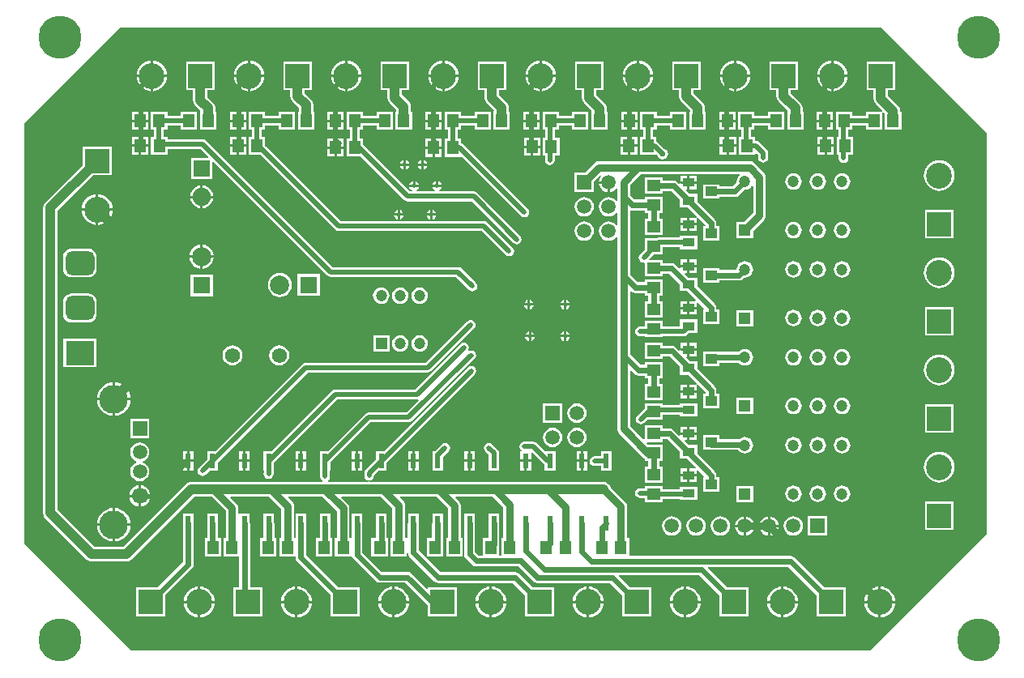
<source format=gbl>
%FSLAX25Y25*%
%MOIN*%
G70*
G01*
G75*
G04 Layer_Physical_Order=2*
G04 Layer_Color=16711680*
%ADD10R,0.05512X0.04724*%
%ADD11R,0.04921X0.03543*%
%ADD12R,0.33465X0.42126*%
%ADD13R,0.12205X0.04331*%
%ADD14R,0.05906X0.03937*%
%ADD15R,0.05906X0.05906*%
%ADD16R,0.01969X0.07874*%
%ADD17O,0.01969X0.07874*%
%ADD18R,0.03937X0.05906*%
%ADD19R,0.04724X0.05512*%
%ADD20R,0.01969X0.06890*%
%ADD21O,0.01969X0.06890*%
%ADD22O,0.06890X0.01969*%
%ADD23C,0.03937*%
%ADD24C,0.01969*%
%ADD25C,0.01000*%
%ADD26C,0.02362*%
%ADD27C,0.03150*%
%ADD28C,0.01575*%
%ADD29C,0.11811*%
%ADD30C,0.05906*%
%ADD31C,0.06693*%
%ADD32R,0.07087X0.07087*%
%ADD33C,0.07874*%
%ADD34R,0.07087X0.07087*%
%ADD35C,0.07480*%
%ADD36R,0.06693X0.06693*%
%ADD37C,0.10630*%
%ADD38R,0.09843X0.09843*%
%ADD39R,0.09843X0.09843*%
%ADD40C,0.17716*%
%ADD41C,0.04724*%
%ADD42R,0.04724X0.04724*%
G04:AMPARAMS|DCode=43|XSize=98.43mil|YSize=118.11mil|CornerRadius=24.61mil|HoleSize=0mil|Usage=FLASHONLY|Rotation=90.000|XOffset=0mil|YOffset=0mil|HoleType=Round|Shape=RoundedRectangle|*
%AMROUNDEDRECTD43*
21,1,0.09843,0.06890,0,0,90.0*
21,1,0.04921,0.11811,0,0,90.0*
1,1,0.04921,0.03445,0.02461*
1,1,0.04921,0.03445,-0.02461*
1,1,0.04921,-0.03445,-0.02461*
1,1,0.04921,-0.03445,0.02461*
%
%ADD43ROUNDEDRECTD43*%
%ADD44R,0.11811X0.09843*%
%ADD45C,0.04724*%
%ADD46R,0.04724X0.04724*%
%ADD47C,0.06200*%
%ADD48R,0.05906X0.05906*%
%ADD49C,0.01969*%
%ADD50C,0.02362*%
%ADD51R,0.02362X0.05906*%
%ADD52R,0.04724X0.03937*%
%ADD53R,0.04724X0.03543*%
%ADD54R,0.05118X0.03543*%
G36*
X551181Y442520D02*
X592126Y401575D01*
Y295276D01*
Y236614D01*
X591732Y236221D01*
X544095Y188583D01*
X240158D01*
X196063Y232677D01*
Y390945D01*
Y405512D01*
X225984Y435433D01*
X235433Y444882D01*
X548819D01*
X551181Y442520D01*
D02*
G37*
%LPC*%
G36*
X472705Y280620D02*
X469842D01*
Y278348D01*
X472705D01*
Y280620D01*
D02*
G37*
G36*
X468843D02*
X465980D01*
Y278348D01*
X468843D01*
Y280620D01*
D02*
G37*
G36*
X423386Y290207D02*
X422354Y290072D01*
X421392Y289673D01*
X420567Y289040D01*
X419933Y288214D01*
X419535Y287252D01*
X419399Y286221D01*
X419535Y285189D01*
X419933Y284227D01*
X420567Y283401D01*
X421392Y282768D01*
X422354Y282369D01*
X423386Y282234D01*
X424418Y282369D01*
X425379Y282768D01*
X426205Y283401D01*
X426839Y284227D01*
X427237Y285189D01*
X427373Y286221D01*
X427237Y287252D01*
X426839Y288214D01*
X426205Y289040D01*
X425379Y289673D01*
X424418Y290072D01*
X423386Y290207D01*
D02*
G37*
G36*
X232354Y291508D02*
X225965D01*
X226049Y290654D01*
X226444Y289352D01*
X227085Y288153D01*
X227948Y287101D01*
X228999Y286238D01*
X230199Y285597D01*
X231501Y285202D01*
X232354Y285118D01*
Y291508D01*
D02*
G37*
G36*
X417339Y290173D02*
X409433D01*
Y282268D01*
X417339D01*
Y290173D01*
D02*
G37*
G36*
X423386Y280207D02*
X422354Y280071D01*
X421392Y279673D01*
X420567Y279040D01*
X419933Y278214D01*
X419535Y277252D01*
X419399Y276220D01*
X419535Y275189D01*
X419933Y274227D01*
X420567Y273401D01*
X421392Y272768D01*
X422354Y272370D01*
X423386Y272234D01*
X424418Y272370D01*
X425379Y272768D01*
X426205Y273401D01*
X426839Y274227D01*
X427237Y275189D01*
X427373Y276220D01*
X427237Y277252D01*
X426839Y278214D01*
X426205Y279040D01*
X425379Y279673D01*
X424418Y280071D01*
X423386Y280207D01*
D02*
G37*
G36*
X413386D02*
X412354Y280071D01*
X411392Y279673D01*
X410567Y279040D01*
X409933Y278214D01*
X409535Y277252D01*
X409399Y276220D01*
X409535Y275189D01*
X409933Y274227D01*
X410567Y273401D01*
X411392Y272768D01*
X412354Y272370D01*
X413386Y272234D01*
X414418Y272370D01*
X415379Y272768D01*
X416205Y273401D01*
X416839Y274227D01*
X417237Y275189D01*
X417373Y276220D01*
X417237Y277252D01*
X416839Y278214D01*
X416205Y279040D01*
X415379Y279673D01*
X414418Y280071D01*
X413386Y280207D01*
D02*
G37*
G36*
X472705Y277348D02*
X469842D01*
Y275077D01*
X472705D01*
Y277348D01*
D02*
G37*
G36*
X578421Y289921D02*
X566579D01*
Y278079D01*
X578421D01*
Y289921D01*
D02*
G37*
G36*
X247476Y283874D02*
X239571D01*
Y275969D01*
X247476D01*
Y283874D01*
D02*
G37*
G36*
X239744Y291508D02*
X233354D01*
Y285118D01*
X234208Y285202D01*
X235510Y285597D01*
X236709Y286238D01*
X237761Y287101D01*
X238624Y288153D01*
X239265Y289352D01*
X239660Y290654D01*
X239744Y291508D01*
D02*
G37*
G36*
X468843Y294562D02*
X465980D01*
Y292291D01*
X468843D01*
Y294562D01*
D02*
G37*
G36*
X472902Y290354D02*
X465784D01*
Y289605D01*
X458724D01*
Y290256D01*
X451213D01*
Y288042D01*
X448262Y285092D01*
X447824Y284436D01*
X447670Y283661D01*
X447824Y282887D01*
X448262Y282231D01*
X448919Y281792D01*
X449693Y281638D01*
X450467Y281792D01*
X451124Y282231D01*
X452424Y283531D01*
X458724D01*
Y285559D01*
X465784D01*
Y284810D01*
X472902D01*
Y290354D01*
D02*
G37*
G36*
X472705Y294562D02*
X469842D01*
Y292291D01*
X472705D01*
Y294562D01*
D02*
G37*
G36*
X233354Y298898D02*
Y292508D01*
X239744D01*
X239660Y293362D01*
X239265Y294663D01*
X238624Y295863D01*
X237761Y296914D01*
X236709Y297777D01*
X235510Y298419D01*
X234208Y298814D01*
X233354Y298898D01*
D02*
G37*
G36*
X232354D02*
X231501Y298814D01*
X230199Y298419D01*
X228999Y297777D01*
X227948Y296914D01*
X227085Y295863D01*
X226444Y294663D01*
X226049Y293362D01*
X225965Y292508D01*
X232354D01*
Y298898D01*
D02*
G37*
G36*
X532500Y292558D02*
X531622Y292442D01*
X530804Y292104D01*
X530102Y291565D01*
X529563Y290862D01*
X529224Y290044D01*
X529109Y289167D01*
X529224Y288289D01*
X529563Y287471D01*
X530102Y286769D01*
X530804Y286230D01*
X531622Y285891D01*
X532500Y285775D01*
X533378Y285891D01*
X534196Y286230D01*
X534898Y286769D01*
X535437Y287471D01*
X535776Y288289D01*
X535891Y289167D01*
X535776Y290044D01*
X535437Y290862D01*
X534898Y291565D01*
X534196Y292104D01*
X533378Y292442D01*
X532500Y292558D01*
D02*
G37*
G36*
X522500D02*
X521622Y292442D01*
X520804Y292104D01*
X520102Y291565D01*
X519563Y290862D01*
X519224Y290044D01*
X519109Y289167D01*
X519224Y288289D01*
X519563Y287471D01*
X520102Y286769D01*
X520804Y286230D01*
X521622Y285891D01*
X522500Y285775D01*
X523378Y285891D01*
X524196Y286230D01*
X524898Y286769D01*
X525437Y287471D01*
X525776Y288289D01*
X525891Y289167D01*
X525776Y290044D01*
X525437Y290862D01*
X524898Y291565D01*
X524196Y292104D01*
X523378Y292442D01*
X522500Y292558D01*
D02*
G37*
G36*
X512500Y292558D02*
X511622Y292442D01*
X510804Y292104D01*
X510102Y291565D01*
X509563Y290862D01*
X509224Y290044D01*
X509109Y289167D01*
X509224Y288289D01*
X509563Y287471D01*
X510102Y286769D01*
X510804Y286230D01*
X511622Y285891D01*
X512500Y285775D01*
X513378Y285891D01*
X514196Y286230D01*
X514898Y286769D01*
X515437Y287471D01*
X515776Y288289D01*
X515891Y289167D01*
X515776Y290044D01*
X515437Y290862D01*
X514898Y291565D01*
X514196Y292104D01*
X513378Y292442D01*
X512500Y292558D01*
D02*
G37*
G36*
X458724Y315130D02*
X451213D01*
Y308405D01*
X458724D01*
Y309544D01*
X461610D01*
X465784Y305371D01*
Y302025D01*
X469130D01*
X472762Y298392D01*
Y298065D01*
X472667Y297834D01*
X469842D01*
Y295562D01*
X472705D01*
Y297796D01*
X472718Y297802D01*
D01*
X473167Y297988D01*
X476371Y294784D01*
Y294291D01*
X475232D01*
Y288354D01*
X481957D01*
Y294291D01*
X480818D01*
Y295705D01*
X480818Y295705D01*
X480649Y296556D01*
X480167Y297277D01*
X480167Y297277D01*
X472902Y304543D01*
Y307568D01*
X469876D01*
X468401Y309043D01*
X468592Y309505D01*
X468843D01*
Y311777D01*
X465980D01*
Y312117D01*
X465518Y311926D01*
X464104Y313340D01*
X463382Y313822D01*
X462532Y313992D01*
X462531Y313992D01*
X458724D01*
Y315130D01*
D02*
G37*
G36*
X495862Y292529D02*
X489138D01*
Y285804D01*
X495862D01*
Y292529D01*
D02*
G37*
G36*
X405512Y274464D02*
X401803D01*
X401029Y274310D01*
X400373Y273871D01*
X399934Y273215D01*
X399780Y272441D01*
X399934Y271667D01*
X400373Y271010D01*
D01*
X400373Y271010D01*
X400373Y271010D01*
X400373Y271010D01*
X400373Y271010D01*
Y271010D01*
X400373Y271010D01*
X401026Y270543D01*
X400176D01*
Y267091D01*
X404538D01*
Y269900D01*
X405000Y270092D01*
X409932Y265160D01*
X410176Y264997D01*
Y262638D01*
X414538D01*
Y270543D01*
X410271D01*
X406942Y273871D01*
X406286Y274310D01*
X405512Y274464D01*
D02*
G37*
G36*
X288824Y270543D02*
X287143D01*
Y267091D01*
X288824D01*
Y270543D01*
D02*
G37*
G36*
X286143D02*
X284462D01*
Y267091D01*
X286143D01*
Y270543D01*
D02*
G37*
G36*
X309286D02*
X307605D01*
Y267091D01*
X309286D01*
Y270543D01*
D02*
G37*
G36*
X332429D02*
X330747D01*
Y267091D01*
X332429D01*
Y270543D01*
D02*
G37*
G36*
X311967D02*
X310286D01*
Y267091D01*
X311967D01*
Y270543D01*
D02*
G37*
G36*
X427681Y266090D02*
X426000D01*
Y262638D01*
X427681D01*
Y266090D01*
D02*
G37*
G36*
X425000D02*
X423319D01*
Y262638D01*
X425000D01*
Y266090D01*
D02*
G37*
G36*
X437681Y270543D02*
X433319D01*
Y268498D01*
X430658D01*
X429884Y268344D01*
X429228Y267906D01*
X428789Y267250D01*
X428635Y266475D01*
X428789Y265701D01*
X429228Y265045D01*
X429884Y264606D01*
X430658Y264452D01*
X433319D01*
Y262638D01*
X437681D01*
Y270543D01*
D02*
G37*
G36*
X265681D02*
X264000D01*
Y267091D01*
X265681D01*
Y270543D01*
D02*
G37*
G36*
X263000D02*
X261319D01*
Y267091D01*
X263000D01*
Y270543D01*
D02*
G37*
G36*
X335110D02*
X333429D01*
Y267091D01*
X335110D01*
Y270543D01*
D02*
G37*
G36*
X512500Y276391D02*
X511622Y276276D01*
X510804Y275937D01*
X510102Y275398D01*
X509563Y274696D01*
X509224Y273878D01*
X509109Y273000D01*
X509224Y272122D01*
X509563Y271304D01*
X510102Y270602D01*
X510804Y270063D01*
X511622Y269724D01*
X512500Y269609D01*
X513378Y269724D01*
X514196Y270063D01*
X514898Y270602D01*
X515437Y271304D01*
X515776Y272122D01*
X515891Y273000D01*
X515776Y273878D01*
X515437Y274696D01*
X514898Y275398D01*
X514196Y275937D01*
X513378Y276276D01*
X512500Y276391D01*
D02*
G37*
G36*
X427681Y270543D02*
X426000D01*
Y267091D01*
X427681D01*
Y270543D01*
D02*
G37*
G36*
X522500Y276391D02*
X521622Y276276D01*
X520804Y275937D01*
X520102Y275398D01*
X519563Y274696D01*
X519224Y273878D01*
X519109Y273000D01*
X519224Y272122D01*
X519563Y271304D01*
X520102Y270602D01*
X520804Y270063D01*
X521622Y269724D01*
X522500Y269609D01*
X523378Y269724D01*
X524196Y270063D01*
X524898Y270602D01*
X525437Y271304D01*
X525776Y272122D01*
X525891Y273000D01*
X525776Y273878D01*
X525437Y274696D01*
X524898Y275398D01*
X524196Y275937D01*
X523378Y276276D01*
X522500Y276391D01*
D02*
G37*
G36*
X532500Y276391D02*
X531622Y276276D01*
X530804Y275937D01*
X530102Y275398D01*
X529563Y274696D01*
X529224Y273878D01*
X529109Y273000D01*
X529224Y272122D01*
X529563Y271304D01*
X530102Y270602D01*
X530804Y270063D01*
X531622Y269724D01*
X532500Y269609D01*
X533378Y269724D01*
X534196Y270063D01*
X534898Y270602D01*
X535437Y271304D01*
X535776Y272122D01*
X535891Y273000D01*
X535776Y273878D01*
X535437Y274696D01*
X534898Y275398D01*
X534196Y275937D01*
X533378Y276276D01*
X532500Y276391D01*
D02*
G37*
G36*
X481957Y277077D02*
X475232D01*
Y271140D01*
X478380D01*
X478594Y271097D01*
X489722D01*
X490102Y270602D01*
X490804Y270063D01*
X491622Y269724D01*
X492500Y269609D01*
X493378Y269724D01*
X494196Y270063D01*
X494898Y270602D01*
X495437Y271304D01*
X495776Y272122D01*
X495891Y273000D01*
X495776Y273878D01*
X495437Y274696D01*
X494898Y275398D01*
X494196Y275937D01*
X493378Y276276D01*
X492500Y276391D01*
X491622Y276276D01*
X490804Y275937D01*
X490293Y275544D01*
X481957D01*
Y277077D01*
D02*
G37*
G36*
X358253Y270543D02*
X356571D01*
Y267091D01*
X358253D01*
Y270543D01*
D02*
G37*
G36*
X355571D02*
X353890D01*
Y267091D01*
X355571D01*
Y270543D01*
D02*
G37*
G36*
X378714D02*
X377033D01*
Y267091D01*
X378714D01*
Y270543D01*
D02*
G37*
G36*
X425000D02*
X423319D01*
Y267091D01*
X425000D01*
Y270543D01*
D02*
G37*
G36*
X381395D02*
X379714D01*
Y267091D01*
X381395D01*
Y270543D01*
D02*
G37*
G36*
X468843Y297834D02*
X465980D01*
Y295562D01*
X468843D01*
Y297834D01*
D02*
G37*
G36*
X495862Y328696D02*
X489138D01*
Y321971D01*
X495862D01*
Y328696D01*
D02*
G37*
G36*
X512500Y328725D02*
X511622Y328609D01*
X510804Y328270D01*
X510102Y327731D01*
X509563Y327029D01*
X509224Y326211D01*
X509109Y325333D01*
X509224Y324456D01*
X509563Y323638D01*
X510102Y322935D01*
X510804Y322396D01*
X511622Y322058D01*
X512500Y321942D01*
X513378Y322058D01*
X514196Y322396D01*
X514898Y322935D01*
X515437Y323638D01*
X515776Y324456D01*
X515891Y325333D01*
X515776Y326211D01*
X515437Y327029D01*
X514898Y327731D01*
X514196Y328270D01*
X513378Y328609D01*
X512500Y328725D01*
D02*
G37*
G36*
X222358Y335455D02*
X215469D01*
X214565Y335336D01*
X213723Y334987D01*
X213000Y334433D01*
X212446Y333710D01*
X212097Y332868D01*
X211978Y331965D01*
Y327043D01*
X212097Y326140D01*
X212446Y325298D01*
X213000Y324575D01*
X213723Y324021D01*
X214565Y323672D01*
X215469Y323553D01*
X222358D01*
X223262Y323672D01*
X224103Y324021D01*
X224826Y324575D01*
X225381Y325298D01*
X225730Y326140D01*
X225849Y327043D01*
Y331965D01*
X225730Y332868D01*
X225381Y333710D01*
X224826Y334433D01*
X224103Y334987D01*
X223262Y335336D01*
X222358Y335455D01*
D02*
G37*
G36*
X472705Y328991D02*
X469842D01*
Y326719D01*
X472705D01*
Y328991D01*
D02*
G37*
G36*
X468843D02*
X465980D01*
Y326719D01*
X468843D01*
Y328991D01*
D02*
G37*
G36*
X419091Y319837D02*
Y318413D01*
X420514D01*
X420460Y318688D01*
X420021Y319344D01*
X419365Y319782D01*
X419091Y319837D01*
D02*
G37*
G36*
X418090D02*
X417816Y319782D01*
X417160Y319344D01*
X416721Y318688D01*
X416667Y318413D01*
X418090D01*
Y319837D01*
D02*
G37*
G36*
X472902Y324782D02*
X465784D01*
Y321905D01*
X458724D01*
Y324256D01*
X451213D01*
Y321905D01*
X449299D01*
X448525Y321751D01*
X447869Y321312D01*
X447430Y320656D01*
X447276Y319882D01*
X447430Y319108D01*
X447869Y318451D01*
X448525Y318013D01*
X449299Y317859D01*
X451213D01*
Y317531D01*
X458724D01*
Y317859D01*
X467214D01*
X467988Y318013D01*
X468644Y318451D01*
X469432Y319239D01*
X472902D01*
Y324782D01*
D02*
G37*
G36*
X532500Y328725D02*
X531622Y328609D01*
X530804Y328270D01*
X530102Y327731D01*
X529563Y327029D01*
X529224Y326211D01*
X529109Y325333D01*
X529224Y324456D01*
X529563Y323638D01*
X530102Y322935D01*
X530804Y322396D01*
X531622Y322058D01*
X532500Y321942D01*
X533378Y322058D01*
X534196Y322396D01*
X534898Y322935D01*
X535437Y323638D01*
X535776Y324456D01*
X535891Y325333D01*
X535776Y326211D01*
X535437Y327029D01*
X534898Y327731D01*
X534196Y328270D01*
X533378Y328609D01*
X532500Y328725D01*
D02*
G37*
G36*
X522500D02*
X521622Y328609D01*
X520804Y328270D01*
X520102Y327731D01*
X519563Y327029D01*
X519224Y326211D01*
X519109Y325333D01*
X519224Y324456D01*
X519563Y323638D01*
X520102Y322935D01*
X520804Y322396D01*
X521622Y322058D01*
X522500Y321942D01*
X523378Y322058D01*
X524196Y322396D01*
X524898Y322935D01*
X525437Y323638D01*
X525776Y324456D01*
X525891Y325333D01*
X525776Y326211D01*
X525437Y327029D01*
X524898Y327731D01*
X524196Y328270D01*
X523378Y328609D01*
X522500Y328725D01*
D02*
G37*
G36*
X403130Y330405D02*
X401706D01*
X401761Y330131D01*
X402199Y329475D01*
X402856Y329036D01*
X403130Y328982D01*
Y330405D01*
D02*
G37*
G36*
X358653Y338013D02*
X357776Y337898D01*
X356958Y337559D01*
X356256Y337020D01*
X355717Y336318D01*
X355378Y335500D01*
X355262Y334622D01*
X355378Y333744D01*
X355717Y332926D01*
X356256Y332224D01*
X356958Y331685D01*
X357776Y331346D01*
X358653Y331231D01*
X359531Y331346D01*
X360349Y331685D01*
X361052Y332224D01*
X361590Y332926D01*
X361929Y333744D01*
X362045Y334622D01*
X361929Y335500D01*
X361590Y336318D01*
X361052Y337020D01*
X360349Y337559D01*
X359531Y337898D01*
X358653Y338013D01*
D02*
G37*
G36*
X350780D02*
X349902Y337898D01*
X349084Y337559D01*
X348382Y337020D01*
X347843Y336318D01*
X347504Y335500D01*
X347388Y334622D01*
X347504Y333744D01*
X347843Y332926D01*
X348382Y332224D01*
X349084Y331685D01*
X349902Y331346D01*
X350780Y331231D01*
X351657Y331346D01*
X352475Y331685D01*
X353177Y332224D01*
X353716Y332926D01*
X354055Y333744D01*
X354171Y334622D01*
X354055Y335500D01*
X353716Y336318D01*
X353177Y337020D01*
X352475Y337559D01*
X351657Y337898D01*
X350780Y338013D01*
D02*
G37*
G36*
X403130Y332829D02*
X402856Y332775D01*
X402199Y332336D01*
X401761Y331680D01*
X401706Y331405D01*
X403130D01*
Y332829D01*
D02*
G37*
G36*
X418090D02*
X417816Y332775D01*
X417160Y332336D01*
X416721Y331680D01*
X416667Y331405D01*
X418090D01*
Y332829D01*
D02*
G37*
G36*
X404130D02*
Y331405D01*
X405554D01*
X405499Y331680D01*
X405060Y332336D01*
X404404Y332775D01*
X404130Y332829D01*
D02*
G37*
G36*
X418090Y330405D02*
X416667D01*
X416721Y330131D01*
X417160Y329475D01*
X417816Y329036D01*
X418090Y328982D01*
Y330405D01*
D02*
G37*
G36*
X405554D02*
X404130D01*
Y328982D01*
X404404Y329036D01*
X405060Y329475D01*
X405499Y330131D01*
X405554Y330405D01*
D02*
G37*
G36*
X420514D02*
X419091D01*
Y328982D01*
X419365Y329036D01*
X420021Y329475D01*
X420460Y330131D01*
X420514Y330405D01*
D02*
G37*
G36*
X342905Y338013D02*
X342028Y337898D01*
X341210Y337559D01*
X340508Y337020D01*
X339969Y336318D01*
X339630Y335500D01*
X339514Y334622D01*
X339630Y333744D01*
X339969Y332926D01*
X340508Y332224D01*
X341210Y331685D01*
X342028Y331346D01*
X342905Y331231D01*
X343783Y331346D01*
X344601Y331685D01*
X345304Y332224D01*
X345842Y332926D01*
X346181Y333744D01*
X346297Y334622D01*
X346181Y335500D01*
X345842Y336318D01*
X345304Y337020D01*
X344601Y337559D01*
X343783Y337898D01*
X342905Y338013D01*
D02*
G37*
G36*
X468843Y332263D02*
X465980D01*
Y329991D01*
X468843D01*
Y332263D01*
D02*
G37*
G36*
X404524Y319837D02*
Y318413D01*
X405947D01*
X405893Y318688D01*
X405454Y319344D01*
X404798Y319782D01*
X404524Y319837D01*
D02*
G37*
G36*
X281661Y314175D02*
X280591Y314034D01*
X279594Y313621D01*
X278737Y312964D01*
X278080Y312107D01*
X277667Y311110D01*
X277526Y310039D01*
X277667Y308969D01*
X278080Y307972D01*
X278737Y307115D01*
X279594Y306458D01*
X280591Y306045D01*
X281661Y305904D01*
X282732Y306045D01*
X283729Y306458D01*
X284586Y307115D01*
X285243Y307972D01*
X285656Y308969D01*
X285797Y310039D01*
X285656Y311110D01*
X285243Y312107D01*
X284586Y312964D01*
X283729Y313621D01*
X282732Y314034D01*
X281661Y314175D01*
D02*
G37*
G36*
X532500Y312558D02*
X531622Y312442D01*
X530804Y312104D01*
X530102Y311565D01*
X529563Y310862D01*
X529224Y310044D01*
X529109Y309167D01*
X529224Y308289D01*
X529563Y307471D01*
X530102Y306769D01*
X530804Y306230D01*
X531622Y305891D01*
X532500Y305775D01*
X533378Y305891D01*
X534196Y306230D01*
X534898Y306769D01*
X535437Y307471D01*
X535776Y308289D01*
X535891Y309167D01*
X535776Y310044D01*
X535437Y310862D01*
X534898Y311565D01*
X534196Y312104D01*
X533378Y312442D01*
X532500Y312558D01*
D02*
G37*
G36*
X300874Y314175D02*
X299804Y314034D01*
X298806Y313621D01*
X297950Y312964D01*
X297293Y312107D01*
X296880Y311110D01*
X296739Y310039D01*
X296880Y308969D01*
X297293Y307972D01*
X297950Y307115D01*
X298806Y306458D01*
X299804Y306045D01*
X300874Y305904D01*
X301944Y306045D01*
X302942Y306458D01*
X303798Y307115D01*
X304455Y307972D01*
X304869Y308969D01*
X305009Y310039D01*
X304869Y311110D01*
X304455Y312107D01*
X303798Y312964D01*
X302942Y313621D01*
X301944Y314034D01*
X300874Y314175D01*
D02*
G37*
G36*
X492500Y312558D02*
X491622Y312442D01*
X490804Y312104D01*
X490102Y311565D01*
X489968Y311390D01*
X481957D01*
Y311505D01*
X475232D01*
Y305568D01*
X481957D01*
Y306943D01*
X489968D01*
X490102Y306769D01*
X490804Y306230D01*
X491622Y305891D01*
X492500Y305775D01*
X493378Y305891D01*
X494196Y306230D01*
X494898Y306769D01*
X495437Y307471D01*
X495776Y308289D01*
X495891Y309167D01*
X495776Y310044D01*
X495437Y310862D01*
X494898Y311565D01*
X494196Y312104D01*
X493378Y312442D01*
X492500Y312558D01*
D02*
G37*
G36*
X472705Y311777D02*
X469842D01*
Y309505D01*
X472705D01*
Y311777D01*
D02*
G37*
G36*
X231921Y395921D02*
X220079D01*
Y388313D01*
X204662Y372897D01*
X204187Y372277D01*
X203975Y371766D01*
X203887Y371554D01*
X203785Y370779D01*
Y245079D01*
X203887Y244304D01*
X203975Y244092D01*
X204187Y243582D01*
X204662Y242962D01*
X221591Y226032D01*
X222212Y225557D01*
X222635Y225381D01*
X222934Y225257D01*
X223709Y225155D01*
X237882D01*
X238657Y225257D01*
X238868Y225345D01*
X239379Y225557D01*
X239999Y226032D01*
X265894Y251927D01*
X273030D01*
X278903Y246054D01*
Y234756D01*
X278138D01*
Y227244D01*
X284419D01*
Y214421D01*
X282079D01*
Y202579D01*
X293921D01*
Y214421D01*
X288867D01*
Y241000D01*
X288824Y241215D01*
Y244953D01*
X284462D01*
Y244953D01*
X284451D01*
X284097Y245306D01*
Y247130D01*
X284009Y247802D01*
X283749Y248428D01*
X283336Y248966D01*
X280837Y251465D01*
X281029Y251927D01*
X296652D01*
X301760Y246819D01*
Y234756D01*
X300995D01*
Y227244D01*
X307562D01*
Y226714D01*
X307562Y226714D01*
X307731Y225863D01*
X308213Y225142D01*
X322079Y211276D01*
Y202579D01*
X333921D01*
Y214421D01*
X325224D01*
X312010Y227635D01*
Y241000D01*
X311967Y241215D01*
Y244953D01*
X307605D01*
Y241215D01*
X307562Y241000D01*
Y234756D01*
X306954D01*
Y247895D01*
X306866Y248567D01*
X306606Y249193D01*
X306193Y249731D01*
X304460Y251465D01*
X304651Y251927D01*
X318699D01*
X324617Y246009D01*
Y234756D01*
X323852D01*
Y227244D01*
X330517D01*
X330958Y227008D01*
X331356Y226412D01*
X340640Y217128D01*
X340640Y217128D01*
X341362Y216646D01*
X342213Y216477D01*
X342213Y216477D01*
X352819D01*
X362079Y207217D01*
Y202579D01*
X373921D01*
Y214421D01*
X362079D01*
Y214160D01*
X361617Y213969D01*
X355313Y220273D01*
X354591Y220755D01*
X353740Y220925D01*
X353740Y220925D01*
X343134D01*
X335152Y228906D01*
Y241000D01*
X335110Y241215D01*
Y244953D01*
X330747D01*
Y241215D01*
X330705Y241000D01*
Y234884D01*
X330576Y234756D01*
X330351Y234756D01*
X330351Y234756D01*
Y234756D01*
X329811D01*
Y247085D01*
X329723Y247757D01*
X329463Y248383D01*
X329051Y248921D01*
X326507Y251465D01*
X326698Y251927D01*
X342715D01*
X347474Y247168D01*
Y234756D01*
X346709D01*
Y227244D01*
X353434D01*
Y228388D01*
X353931Y228437D01*
X354017Y228007D01*
X354499Y227285D01*
X364853Y216931D01*
X365574Y216449D01*
X366425Y216280D01*
X366425Y216280D01*
X397075D01*
X402079Y211276D01*
Y202579D01*
X413921D01*
Y214421D01*
X405224D01*
X399569Y220076D01*
X398847Y220559D01*
X397996Y220728D01*
X397996Y220728D01*
X367346D01*
X358295Y229779D01*
Y241000D01*
X358253Y241215D01*
Y244953D01*
X353890D01*
Y241215D01*
X353848Y241000D01*
Y234756D01*
X353434D01*
Y234756D01*
X352668D01*
Y248243D01*
X352580Y248916D01*
X352321Y249542D01*
X351908Y250080D01*
X350522Y251465D01*
X350714Y251927D01*
X365550D01*
X370332Y247145D01*
Y234756D01*
X369566D01*
Y227244D01*
X376291D01*
Y234756D01*
X375526D01*
Y248221D01*
X375437Y248893D01*
X375178Y249520D01*
X374765Y250057D01*
X373357Y251465D01*
X373549Y251927D01*
X388778D01*
X393189Y247516D01*
Y234756D01*
X392424D01*
Y227618D01*
X391274D01*
Y231477D01*
X391438Y232303D01*
X391438Y232303D01*
Y241000D01*
X391395Y241215D01*
Y244953D01*
X387033D01*
Y241215D01*
X386990Y241000D01*
Y234756D01*
X384549D01*
Y227618D01*
X382897D01*
X381438Y229077D01*
Y241000D01*
X381395Y241215D01*
Y244953D01*
X377033D01*
Y241215D01*
X376990Y241000D01*
Y228156D01*
X376990Y228156D01*
X377160Y227305D01*
X377642Y226583D01*
X380404Y223821D01*
X380404Y223821D01*
X380836Y223532D01*
X381125Y223339D01*
X381976Y223170D01*
X381976Y223170D01*
X399276D01*
X405514Y216932D01*
X405514Y216931D01*
X405947Y216642D01*
X406236Y216449D01*
X407087Y216280D01*
X407087Y216280D01*
X437075D01*
X442079Y211276D01*
Y202579D01*
X453921D01*
Y214421D01*
X445224D01*
X440465Y219180D01*
X440656Y219642D01*
X473713D01*
X482079Y211276D01*
Y202579D01*
X493921D01*
Y214421D01*
X485224D01*
X477102Y222543D01*
X477294Y223005D01*
X510351D01*
X522079Y211276D01*
Y202579D01*
X533921D01*
Y214421D01*
X525224D01*
X512844Y226801D01*
X512123Y227283D01*
X511272Y227452D01*
X511272Y227452D01*
X444862D01*
Y234756D01*
X444097D01*
Y247760D01*
X444008Y248432D01*
X443932Y248616D01*
X443749Y249058D01*
X443336Y249596D01*
X437227Y255706D01*
X436932Y256418D01*
X436456Y257038D01*
X435836Y257514D01*
X435113Y257813D01*
X434339Y257915D01*
X337946D01*
X337897Y258413D01*
X337897Y258413D01*
D01*
X338656Y258564D01*
X339312Y259002D01*
X339751Y259659D01*
X339905Y260433D01*
X339905Y260433D01*
X339905Y260433D01*
Y260433D01*
Y260706D01*
X341837Y262638D01*
X345110D01*
Y265911D01*
X381391Y302192D01*
X381391Y302192D01*
X381391Y302192D01*
X381830Y302848D01*
X381984Y303623D01*
X381830Y304397D01*
X381391Y305053D01*
X380735Y305492D01*
X379961Y305646D01*
X379186Y305492D01*
X378530Y305053D01*
X344020Y270543D01*
X340747D01*
Y267271D01*
X336451Y262974D01*
X336013Y262318D01*
X335859Y261544D01*
Y260433D01*
X336013Y259659D01*
X336451Y259002D01*
X337108Y258564D01*
X337867Y258413D01*
X337818Y257915D01*
X321019D01*
X320873Y258394D01*
X321216Y258623D01*
X321655Y259279D01*
X321809Y260053D01*
X321809Y260053D01*
X321809Y260053D01*
Y260053D01*
Y262638D01*
X321967D01*
Y265911D01*
X338482Y282426D01*
X354054D01*
X354828Y282580D01*
X355484Y283018D01*
X380553Y308087D01*
X380735Y308123D01*
X381391Y308561D01*
X381830Y309218D01*
X381984Y309992D01*
X381830Y310766D01*
X381391Y311423D01*
X380735Y311861D01*
X379961Y312015D01*
X379779Y311979D01*
X379597Y312015D01*
X378927Y311882D01*
X378649Y312298D01*
X378727Y312415D01*
X378881Y313189D01*
X378727Y313963D01*
X378289Y314619D01*
X377632Y315058D01*
X376858Y315212D01*
X376084Y315058D01*
X375866Y314913D01*
X375428Y314619D01*
X356729Y295921D01*
X323950D01*
X323176Y295767D01*
X322519Y295328D01*
X297734Y270543D01*
X294462D01*
Y262638D01*
X294620D01*
Y261721D01*
X294520Y261221D01*
X294674Y260446D01*
X295113Y259790D01*
X295769Y259351D01*
X296543Y259197D01*
X297318Y259351D01*
X297974Y259790D01*
X298014Y259850D01*
X298073Y259889D01*
X298512Y260546D01*
X298666Y261320D01*
Y262638D01*
X298824D01*
Y265911D01*
X324788Y291875D01*
X357173D01*
X357370Y291914D01*
X357567Y291875D01*
X358035Y291968D01*
X358270Y291527D01*
X353216Y286472D01*
X337644D01*
X336870Y286318D01*
X336213Y285879D01*
X320877Y270543D01*
X317605D01*
Y262638D01*
X317763D01*
Y260053D01*
X317917Y259279D01*
X318355Y258623D01*
X318698Y258394D01*
X318553Y257915D01*
X264653D01*
X263879Y257813D01*
X263456Y257638D01*
X263157Y257514D01*
X262536Y257038D01*
X236642Y231144D01*
X224949D01*
X209774Y246319D01*
Y369539D01*
X224313Y384079D01*
X231921D01*
Y395921D01*
D02*
G37*
G36*
X572500Y310346D02*
X571262Y310224D01*
X570072Y309862D01*
X568975Y309276D01*
X568013Y308487D01*
X567224Y307525D01*
X566638Y306428D01*
X566276Y305238D01*
X566154Y304000D01*
X566276Y302762D01*
X566638Y301572D01*
X567224Y300475D01*
X568013Y299513D01*
X568975Y298724D01*
X570072Y298137D01*
X571262Y297776D01*
X572500Y297655D01*
X573738Y297776D01*
X574928Y298137D01*
X576025Y298724D01*
X576987Y299513D01*
X577776Y300475D01*
X578363Y301572D01*
X578724Y302762D01*
X578846Y304000D01*
X578724Y305238D01*
X578363Y306428D01*
X577776Y307525D01*
X576987Y308487D01*
X576025Y309276D01*
X574928Y309862D01*
X573738Y310224D01*
X572500Y310346D01*
D02*
G37*
G36*
X225819Y316921D02*
X212008D01*
Y305079D01*
X225819D01*
Y316921D01*
D02*
G37*
G36*
X522500Y312558D02*
X521622Y312442D01*
X520804Y312104D01*
X520102Y311565D01*
X519563Y310862D01*
X519224Y310044D01*
X519109Y309167D01*
X519224Y308289D01*
X519563Y307471D01*
X520102Y306769D01*
X520804Y306230D01*
X521622Y305891D01*
X522500Y305775D01*
X523378Y305891D01*
X524196Y306230D01*
X524898Y306769D01*
X525437Y307471D01*
X525776Y308289D01*
X525891Y309167D01*
X525776Y310044D01*
X525437Y310862D01*
X524898Y311565D01*
X524196Y312104D01*
X523378Y312442D01*
X522500Y312558D01*
D02*
G37*
G36*
X512500D02*
X511622Y312442D01*
X510804Y312104D01*
X510102Y311565D01*
X509563Y310862D01*
X509224Y310044D01*
X509109Y309167D01*
X509224Y308289D01*
X509563Y307471D01*
X510102Y306769D01*
X510804Y306230D01*
X511622Y305891D01*
X512500Y305775D01*
X513378Y305891D01*
X514196Y306230D01*
X514898Y306769D01*
X515437Y307471D01*
X515776Y308289D01*
X515891Y309167D01*
X515776Y310044D01*
X515437Y310862D01*
X514898Y311565D01*
X514196Y312104D01*
X513378Y312442D01*
X512500Y312558D01*
D02*
G37*
G36*
X350780Y318328D02*
X349902Y318213D01*
X349084Y317874D01*
X348382Y317335D01*
X347843Y316633D01*
X347504Y315815D01*
X347388Y314937D01*
X347504Y314059D01*
X347843Y313241D01*
X348382Y312539D01*
X349084Y312000D01*
X349902Y311661D01*
X350780Y311546D01*
X351657Y311661D01*
X352475Y312000D01*
X353177Y312539D01*
X353716Y313241D01*
X354055Y314059D01*
X354171Y314937D01*
X354055Y315815D01*
X353716Y316633D01*
X353177Y317335D01*
X352475Y317874D01*
X351657Y318213D01*
X350780Y318328D01*
D02*
G37*
G36*
X418090Y317413D02*
X416667D01*
X416721Y317139D01*
X417160Y316483D01*
X417816Y316044D01*
X418090Y315990D01*
Y317413D01*
D02*
G37*
G36*
X405947D02*
X404524D01*
Y315990D01*
X404798Y316044D01*
X405454Y316483D01*
X405893Y317139D01*
X405947Y317413D01*
D02*
G37*
G36*
X420514D02*
X419091D01*
Y315990D01*
X419365Y316044D01*
X420021Y316483D01*
X420460Y317139D01*
X420514Y317413D01*
D02*
G37*
G36*
X403524Y319837D02*
X403249Y319782D01*
X402593Y319344D01*
X402154Y318688D01*
X402100Y318413D01*
X403524D01*
Y319837D01*
D02*
G37*
G36*
X578421Y329921D02*
X566579D01*
Y318079D01*
X578421D01*
Y329921D01*
D02*
G37*
G36*
X346268Y318299D02*
X339543D01*
Y311575D01*
X346268D01*
Y318299D01*
D02*
G37*
G36*
X358653Y318328D02*
X357776Y318213D01*
X356958Y317874D01*
X356256Y317335D01*
X355717Y316633D01*
X355378Y315815D01*
X355262Y314937D01*
X355378Y314059D01*
X355717Y313241D01*
X356256Y312539D01*
X356958Y312000D01*
X357776Y311661D01*
X358653Y311546D01*
X359531Y311661D01*
X360349Y312000D01*
X361052Y312539D01*
X361590Y313241D01*
X361929Y314059D01*
X362045Y314937D01*
X361929Y315815D01*
X361590Y316633D01*
X361052Y317335D01*
X360349Y317874D01*
X359531Y318213D01*
X358653Y318328D01*
D02*
G37*
G36*
X468843Y315048D02*
X465980D01*
Y312777D01*
X468843D01*
Y315048D01*
D02*
G37*
G36*
X403524Y317413D02*
X402100D01*
X402154Y317139D01*
X402593Y316483D01*
X403249Y316044D01*
X403524Y315990D01*
Y317413D01*
D02*
G37*
G36*
X472705Y315048D02*
X469842D01*
Y312777D01*
X472705D01*
Y315048D01*
D02*
G37*
G36*
X468500Y214796D02*
Y209000D01*
X474296D01*
X474224Y209738D01*
X473863Y210928D01*
X473276Y212025D01*
X472487Y212987D01*
X471525Y213776D01*
X470428Y214363D01*
X469238Y214724D01*
X468500Y214796D01*
D02*
G37*
G36*
X467500D02*
X466762Y214724D01*
X465572Y214363D01*
X464475Y213776D01*
X463513Y212987D01*
X462724Y212025D01*
X462138Y210928D01*
X461776Y209738D01*
X461704Y209000D01*
X467500D01*
Y214796D01*
D02*
G37*
G36*
X507500D02*
X506762Y214724D01*
X505572Y214363D01*
X504475Y213776D01*
X503513Y212987D01*
X502724Y212025D01*
X502138Y210928D01*
X501776Y209738D01*
X501704Y209000D01*
X507500D01*
Y214796D01*
D02*
G37*
G36*
X547500D02*
X546762Y214724D01*
X545572Y214363D01*
X544475Y213776D01*
X543513Y212987D01*
X542724Y212025D01*
X542137Y210928D01*
X541776Y209738D01*
X541704Y209000D01*
X547500D01*
Y214796D01*
D02*
G37*
G36*
X508500D02*
Y209000D01*
X514296D01*
X514224Y209738D01*
X513863Y210928D01*
X513276Y212025D01*
X512487Y212987D01*
X511525Y213776D01*
X510428Y214363D01*
X509238Y214724D01*
X508500Y214796D01*
D02*
G37*
G36*
X387500D02*
X386762Y214724D01*
X385572Y214363D01*
X384475Y213776D01*
X383513Y212987D01*
X382724Y212025D01*
X382137Y210928D01*
X381776Y209738D01*
X381704Y209000D01*
X387500D01*
Y214796D01*
D02*
G37*
G36*
X348500D02*
Y209000D01*
X354296D01*
X354224Y209738D01*
X353863Y210928D01*
X353276Y212025D01*
X352487Y212987D01*
X351525Y213776D01*
X350428Y214363D01*
X349238Y214724D01*
X348500Y214796D01*
D02*
G37*
G36*
X388500D02*
Y209000D01*
X394296D01*
X394224Y209738D01*
X393863Y210928D01*
X393276Y212025D01*
X392487Y212987D01*
X391525Y213776D01*
X390428Y214363D01*
X389238Y214724D01*
X388500Y214796D01*
D02*
G37*
G36*
X428500D02*
Y209000D01*
X434296D01*
X434224Y209738D01*
X433862Y210928D01*
X433276Y212025D01*
X432487Y212987D01*
X431525Y213776D01*
X430428Y214363D01*
X429238Y214724D01*
X428500Y214796D01*
D02*
G37*
G36*
X427500D02*
X426762Y214724D01*
X425572Y214363D01*
X424475Y213776D01*
X423513Y212987D01*
X422724Y212025D01*
X422137Y210928D01*
X421776Y209738D01*
X421704Y209000D01*
X427500D01*
Y214796D01*
D02*
G37*
G36*
X548500D02*
Y209000D01*
X554296D01*
X554224Y209738D01*
X553862Y210928D01*
X553276Y212025D01*
X552487Y212987D01*
X551525Y213776D01*
X550428Y214363D01*
X549238Y214724D01*
X548500Y214796D01*
D02*
G37*
G36*
X239744Y239776D02*
X233354D01*
Y233386D01*
X234208Y233470D01*
X235510Y233865D01*
X236709Y234506D01*
X237761Y235369D01*
X238624Y236420D01*
X239265Y237620D01*
X239660Y238922D01*
X239744Y239776D01*
D02*
G37*
G36*
X232354D02*
X225965D01*
X226049Y238922D01*
X226444Y237620D01*
X227085Y236420D01*
X227948Y235369D01*
X228999Y234506D01*
X230199Y233865D01*
X231501Y233470D01*
X232354Y233386D01*
Y239776D01*
D02*
G37*
G36*
X462441Y243751D02*
X461409Y243615D01*
X460448Y243216D01*
X459622Y242583D01*
X458988Y241757D01*
X458590Y240796D01*
X458454Y239764D01*
X458590Y238732D01*
X458988Y237770D01*
X459622Y236945D01*
X460448Y236311D01*
X461409Y235913D01*
X462441Y235777D01*
X463473Y235913D01*
X464434Y236311D01*
X465260Y236945D01*
X465894Y237770D01*
X466292Y238732D01*
X466428Y239764D01*
X466292Y240796D01*
X465894Y241757D01*
X465260Y242583D01*
X464434Y243216D01*
X463473Y243615D01*
X462441Y243751D01*
D02*
G37*
G36*
X482441D02*
X481409Y243615D01*
X480447Y243216D01*
X479622Y242583D01*
X478988Y241757D01*
X478590Y240796D01*
X478454Y239764D01*
X478590Y238732D01*
X478988Y237770D01*
X479622Y236945D01*
X480447Y236311D01*
X481409Y235913D01*
X482441Y235777D01*
X483473Y235913D01*
X484434Y236311D01*
X485260Y236945D01*
X485894Y237770D01*
X486292Y238732D01*
X486428Y239764D01*
X486292Y240796D01*
X485894Y241757D01*
X485260Y242583D01*
X484434Y243216D01*
X483473Y243615D01*
X482441Y243751D01*
D02*
G37*
G36*
X472441D02*
X471409Y243615D01*
X470447Y243216D01*
X469622Y242583D01*
X468988Y241757D01*
X468590Y240796D01*
X468454Y239764D01*
X468590Y238732D01*
X468988Y237770D01*
X469622Y236945D01*
X470447Y236311D01*
X471409Y235913D01*
X472441Y235777D01*
X473473Y235913D01*
X474434Y236311D01*
X475260Y236945D01*
X475894Y237770D01*
X476292Y238732D01*
X476428Y239764D01*
X476292Y240796D01*
X475894Y241757D01*
X475260Y242583D01*
X474434Y243216D01*
X473473Y243615D01*
X472441Y243751D01*
D02*
G37*
G36*
X298824Y244953D02*
X294462D01*
Y241215D01*
X294419Y241000D01*
Y234756D01*
X293121D01*
Y227244D01*
X299845D01*
Y234756D01*
X298867D01*
Y241000D01*
X298824Y241215D01*
Y244953D01*
D02*
G37*
G36*
X275681D02*
X271319D01*
Y241215D01*
X271276Y241000D01*
Y234756D01*
X270264D01*
Y227244D01*
X276988D01*
Y234756D01*
X275724D01*
Y241000D01*
X275681Y241215D01*
Y244953D01*
D02*
G37*
G36*
X321967D02*
X317605D01*
Y241215D01*
X317562Y241000D01*
Y234756D01*
X315978D01*
Y227244D01*
X322703D01*
Y234756D01*
X322009D01*
Y241000D01*
X321967Y241215D01*
Y244953D01*
D02*
G37*
G36*
X368252D02*
X363890D01*
Y241215D01*
X363848Y241000D01*
Y234756D01*
X361692D01*
Y227244D01*
X368417D01*
Y234756D01*
X368295D01*
Y241000D01*
X368252Y241215D01*
Y244953D01*
D02*
G37*
G36*
X345110D02*
X340747D01*
Y241215D01*
X340705Y241000D01*
Y234756D01*
X338835D01*
Y227244D01*
X345560D01*
Y234756D01*
X345152D01*
Y241000D01*
X345110Y241215D01*
Y244953D01*
D02*
G37*
G36*
X347500Y214796D02*
X346762Y214724D01*
X345572Y214363D01*
X344475Y213776D01*
X343513Y212987D01*
X342724Y212025D01*
X342138Y210928D01*
X341776Y209738D01*
X341704Y209000D01*
X347500D01*
Y214796D01*
D02*
G37*
G36*
X387500Y208000D02*
X381704D01*
X381776Y207262D01*
X382137Y206072D01*
X382724Y204975D01*
X383513Y204013D01*
X384475Y203224D01*
X385572Y202638D01*
X386762Y202276D01*
X387500Y202204D01*
Y208000D01*
D02*
G37*
G36*
X354296D02*
X348500D01*
Y202204D01*
X349238Y202276D01*
X350428Y202638D01*
X351525Y203224D01*
X352487Y204013D01*
X353276Y204975D01*
X353863Y206072D01*
X354224Y207262D01*
X354296Y208000D01*
D02*
G37*
G36*
X394296D02*
X388500D01*
Y202204D01*
X389238Y202276D01*
X390428Y202638D01*
X391525Y203224D01*
X392487Y204013D01*
X393276Y204975D01*
X393863Y206072D01*
X394224Y207262D01*
X394296Y208000D01*
D02*
G37*
G36*
X434296D02*
X428500D01*
Y202204D01*
X429238Y202276D01*
X430428Y202638D01*
X431525Y203224D01*
X432487Y204013D01*
X433276Y204975D01*
X433862Y206072D01*
X434224Y207262D01*
X434296Y208000D01*
D02*
G37*
G36*
X427500D02*
X421704D01*
X421776Y207262D01*
X422137Y206072D01*
X422724Y204975D01*
X423513Y204013D01*
X424475Y203224D01*
X425572Y202638D01*
X426762Y202276D01*
X427500Y202204D01*
Y208000D01*
D02*
G37*
G36*
X274296D02*
X268500D01*
Y202204D01*
X269238Y202276D01*
X270428Y202638D01*
X271525Y203224D01*
X272487Y204013D01*
X273276Y204975D01*
X273863Y206072D01*
X274224Y207262D01*
X274296Y208000D01*
D02*
G37*
G36*
X267500D02*
X261704D01*
X261776Y207262D01*
X262138Y206072D01*
X262724Y204975D01*
X263513Y204013D01*
X264475Y203224D01*
X265572Y202638D01*
X266762Y202276D01*
X267500Y202204D01*
Y208000D01*
D02*
G37*
G36*
X307500D02*
X301704D01*
X301776Y207262D01*
X302137Y206072D01*
X302724Y204975D01*
X303513Y204013D01*
X304475Y203224D01*
X305572Y202638D01*
X306762Y202276D01*
X307500Y202204D01*
Y208000D01*
D02*
G37*
G36*
X347500D02*
X341704D01*
X341776Y207262D01*
X342138Y206072D01*
X342724Y204975D01*
X343513Y204013D01*
X344475Y203224D01*
X345572Y202638D01*
X346762Y202276D01*
X347500Y202204D01*
Y208000D01*
D02*
G37*
G36*
X314296D02*
X308500D01*
Y202204D01*
X309238Y202276D01*
X310428Y202638D01*
X311525Y203224D01*
X312487Y204013D01*
X313276Y204975D01*
X313862Y206072D01*
X314224Y207262D01*
X314296Y208000D01*
D02*
G37*
G36*
X467500D02*
X461704D01*
X461776Y207262D01*
X462138Y206072D01*
X462724Y204975D01*
X463513Y204013D01*
X464475Y203224D01*
X465572Y202638D01*
X466762Y202276D01*
X467500Y202204D01*
Y208000D01*
D02*
G37*
G36*
X267500Y214796D02*
X266762Y214724D01*
X265572Y214363D01*
X264475Y213776D01*
X263513Y212987D01*
X262724Y212025D01*
X262138Y210928D01*
X261776Y209738D01*
X261704Y209000D01*
X267500D01*
Y214796D01*
D02*
G37*
G36*
X265681Y244953D02*
X261319D01*
Y241215D01*
X261276Y241000D01*
Y224921D01*
X250776Y214421D01*
X242079D01*
Y202579D01*
X253921D01*
Y211276D01*
X265072Y222428D01*
X265555Y223149D01*
X265724Y224000D01*
X265724Y224000D01*
Y241000D01*
X265681Y241215D01*
Y244953D01*
D02*
G37*
G36*
X268500Y214796D02*
Y209000D01*
X274296D01*
X274224Y209738D01*
X273863Y210928D01*
X273276Y212025D01*
X272487Y212987D01*
X271525Y213776D01*
X270428Y214363D01*
X269238Y214724D01*
X268500Y214796D01*
D02*
G37*
G36*
X308500D02*
Y209000D01*
X314296D01*
X314224Y209738D01*
X313862Y210928D01*
X313276Y212025D01*
X312487Y212987D01*
X311525Y213776D01*
X310428Y214363D01*
X309238Y214724D01*
X308500Y214796D01*
D02*
G37*
G36*
X307500D02*
X306762Y214724D01*
X305572Y214363D01*
X304475Y213776D01*
X303513Y212987D01*
X302724Y212025D01*
X302137Y210928D01*
X301776Y209738D01*
X301704Y209000D01*
X307500D01*
Y214796D01*
D02*
G37*
G36*
X507500Y208000D02*
X501704D01*
X501776Y207262D01*
X502138Y206072D01*
X502724Y204975D01*
X503513Y204013D01*
X504475Y203224D01*
X505572Y202638D01*
X506762Y202276D01*
X507500Y202204D01*
Y208000D01*
D02*
G37*
G36*
X474296D02*
X468500D01*
Y202204D01*
X469238Y202276D01*
X470428Y202638D01*
X471525Y203224D01*
X472487Y204013D01*
X473276Y204975D01*
X473863Y206072D01*
X474224Y207262D01*
X474296Y208000D01*
D02*
G37*
G36*
X514296D02*
X508500D01*
Y202204D01*
X509238Y202276D01*
X510428Y202638D01*
X511525Y203224D01*
X512487Y204013D01*
X513276Y204975D01*
X513863Y206072D01*
X514224Y207262D01*
X514296Y208000D01*
D02*
G37*
G36*
X554296D02*
X548500D01*
Y202204D01*
X549238Y202276D01*
X550428Y202638D01*
X551525Y203224D01*
X552487Y204013D01*
X553276Y204975D01*
X553862Y206072D01*
X554224Y207262D01*
X554296Y208000D01*
D02*
G37*
G36*
X547500D02*
X541704D01*
X541776Y207262D01*
X542137Y206072D01*
X542724Y204975D01*
X543513Y204013D01*
X544475Y203224D01*
X545572Y202638D01*
X546762Y202276D01*
X547500Y202204D01*
Y208000D01*
D02*
G37*
G36*
X512441Y243751D02*
X511409Y243615D01*
X510448Y243216D01*
X509622Y242583D01*
X508988Y241757D01*
X508590Y240796D01*
X508454Y239764D01*
X508590Y238732D01*
X508988Y237770D01*
X509622Y236945D01*
X510448Y236311D01*
X511409Y235913D01*
X512441Y235777D01*
X513473Y235913D01*
X514434Y236311D01*
X515260Y236945D01*
X515894Y237770D01*
X516292Y238732D01*
X516428Y239764D01*
X516292Y240796D01*
X515894Y241757D01*
X515260Y242583D01*
X514434Y243216D01*
X513473Y243615D01*
X512441Y243751D01*
D02*
G37*
G36*
X265681Y266090D02*
X264000D01*
Y262638D01*
X265681D01*
Y266090D01*
D02*
G37*
G36*
X263000D02*
X261319D01*
Y262638D01*
X263000D01*
Y266090D01*
D02*
G37*
G36*
X286143D02*
X284462D01*
Y262638D01*
X286143D01*
Y266090D01*
D02*
G37*
G36*
X309286D02*
X307605D01*
Y262638D01*
X309286D01*
Y266090D01*
D02*
G37*
G36*
X288824D02*
X287143D01*
Y262638D01*
X288824D01*
Y266090D01*
D02*
G37*
G36*
X472705Y260134D02*
X469842D01*
Y257862D01*
X472705D01*
Y260134D01*
D02*
G37*
G36*
X468843D02*
X465980D01*
Y257862D01*
X468843D01*
Y260134D01*
D02*
G37*
G36*
X243524Y274066D02*
X242492Y273930D01*
X241530Y273531D01*
X240704Y272898D01*
X240071Y272072D01*
X239673Y271111D01*
X239537Y270079D01*
X239673Y269047D01*
X240071Y268085D01*
X240704Y267260D01*
X241530Y266626D01*
X242096Y266392D01*
Y265892D01*
X241530Y265657D01*
X240704Y265024D01*
X240071Y264198D01*
X239673Y263237D01*
X239537Y262205D01*
X239673Y261173D01*
X240071Y260211D01*
X240704Y259386D01*
X241530Y258752D01*
X242492Y258354D01*
X243524Y258218D01*
X244555Y258354D01*
X245517Y258752D01*
X246343Y259386D01*
X246976Y260211D01*
X247375Y261173D01*
X247511Y262205D01*
X247375Y263237D01*
X246976Y264198D01*
X246343Y265024D01*
X245517Y265657D01*
X244555Y266056D01*
Y266228D01*
X245517Y266626D01*
X246343Y267260D01*
X246976Y268085D01*
X247375Y269047D01*
X247511Y270079D01*
X247375Y271111D01*
X246976Y272072D01*
X246343Y272898D01*
X245517Y273531D01*
X244555Y273930D01*
X243524Y274066D01*
D02*
G37*
G36*
X468843Y263405D02*
X465980D01*
Y261134D01*
X468843D01*
Y263405D01*
D02*
G37*
G36*
X379661Y324614D02*
X378887Y324460D01*
X378231Y324021D01*
X361154Y306944D01*
X311831D01*
X311056Y306790D01*
X310400Y306352D01*
X274592Y270543D01*
X271319D01*
Y267271D01*
X267881Y263832D01*
X267442Y263176D01*
X267288Y262402D01*
X267442Y261627D01*
X267881Y260971D01*
X268537Y260532D01*
X269311Y260379D01*
X270085Y260532D01*
X270742Y260971D01*
X272408Y262638D01*
X275681D01*
Y265911D01*
X312669Y302898D01*
X361992D01*
X362766Y303052D01*
X363423Y303491D01*
X381092Y321160D01*
X381531Y321816D01*
X381685Y322590D01*
X381531Y323365D01*
X381092Y324021D01*
X380436Y324460D01*
X379661Y324614D01*
D02*
G37*
G36*
X311967Y266090D02*
X310286D01*
Y262638D01*
X311967D01*
Y266090D01*
D02*
G37*
G36*
X381395D02*
X379714D01*
Y262638D01*
X381395D01*
Y266090D01*
D02*
G37*
G36*
X378714D02*
X377033D01*
Y262638D01*
X378714D01*
Y266090D01*
D02*
G37*
G36*
X387118Y273873D02*
X386344Y273720D01*
X385687Y273281D01*
X385249Y272625D01*
X385095Y271850D01*
X385249Y271076D01*
X385687Y270420D01*
X387033Y269074D01*
Y262638D01*
X391395D01*
Y270543D01*
X391073D01*
X390645Y271185D01*
X388549Y273281D01*
X387892Y273720D01*
X387118Y273873D01*
D02*
G37*
G36*
X404538Y266090D02*
X402857D01*
Y262638D01*
X404538D01*
Y266090D01*
D02*
G37*
G36*
X401857D02*
X400176D01*
Y262638D01*
X401857D01*
Y266090D01*
D02*
G37*
G36*
X335110D02*
X333429D01*
Y262638D01*
X335110D01*
Y266090D01*
D02*
G37*
G36*
X332429D02*
X330747D01*
Y262638D01*
X332429D01*
Y266090D01*
D02*
G37*
G36*
X355571D02*
X353890D01*
Y262638D01*
X355571D01*
Y266090D01*
D02*
G37*
G36*
X369169Y273869D02*
X368395Y273715D01*
X367739Y273277D01*
X365005Y270543D01*
X363890D01*
Y262638D01*
X368252D01*
Y268069D01*
X370600Y270416D01*
X371038Y271072D01*
X371192Y271846D01*
X371038Y272620D01*
X370600Y273277D01*
X369943Y273715D01*
X369169Y273869D01*
D02*
G37*
G36*
X358253Y266090D02*
X356571D01*
Y262638D01*
X358253D01*
Y266090D01*
D02*
G37*
G36*
X572500Y270345D02*
X571262Y270224D01*
X570072Y269863D01*
X568975Y269276D01*
X568013Y268487D01*
X567224Y267525D01*
X566638Y266428D01*
X566276Y265238D01*
X566154Y264000D01*
X566276Y262762D01*
X566638Y261572D01*
X567224Y260475D01*
X568013Y259513D01*
X568975Y258724D01*
X570072Y258137D01*
X571262Y257776D01*
X572500Y257655D01*
X573738Y257776D01*
X574928Y258137D01*
X576025Y258724D01*
X576987Y259513D01*
X577776Y260475D01*
X578363Y261572D01*
X578724Y262762D01*
X578846Y264000D01*
X578724Y265238D01*
X578363Y266428D01*
X577776Y267525D01*
X576987Y268487D01*
X576025Y269276D01*
X574928Y269863D01*
X573738Y270224D01*
X572500Y270345D01*
D02*
G37*
G36*
X491941Y243685D02*
X491409Y243615D01*
X490448Y243216D01*
X489622Y242583D01*
X488988Y241757D01*
X488590Y240796D01*
X488520Y240264D01*
X491941D01*
Y243685D01*
D02*
G37*
G36*
X578421Y249921D02*
X566579D01*
Y238079D01*
X578421D01*
Y249921D01*
D02*
G37*
G36*
X492941Y243685D02*
Y240264D01*
X496362D01*
X496292Y240796D01*
X495894Y241757D01*
X495260Y242583D01*
X494434Y243216D01*
X493473Y243615D01*
X492941Y243685D01*
D02*
G37*
G36*
X502941D02*
Y240264D01*
X506362D01*
X506292Y240796D01*
X505894Y241757D01*
X505260Y242583D01*
X504434Y243216D01*
X503473Y243615D01*
X502941Y243685D01*
D02*
G37*
G36*
X501941D02*
X501409Y243615D01*
X500448Y243216D01*
X499622Y242583D01*
X498988Y241757D01*
X498590Y240796D01*
X498520Y240264D01*
X501941D01*
Y243685D01*
D02*
G37*
G36*
X491941Y239264D02*
X488520D01*
X488590Y238732D01*
X488988Y237770D01*
X489622Y236945D01*
X490448Y236311D01*
X491409Y235913D01*
X491941Y235843D01*
Y239264D01*
D02*
G37*
G36*
X526394Y243717D02*
X518488D01*
Y235811D01*
X526394D01*
Y243717D01*
D02*
G37*
G36*
X496362Y239264D02*
X492941D01*
Y235843D01*
X493473Y235913D01*
X494434Y236311D01*
X495260Y236945D01*
X495894Y237770D01*
X496292Y238732D01*
X496362Y239264D01*
D02*
G37*
G36*
X506362D02*
X502941D01*
Y235843D01*
X503473Y235913D01*
X504434Y236311D01*
X505260Y236945D01*
X505894Y237770D01*
X506292Y238732D01*
X506362Y239264D01*
D02*
G37*
G36*
X501941D02*
X498520D01*
X498590Y238732D01*
X498988Y237770D01*
X499622Y236945D01*
X500448Y236311D01*
X501409Y235913D01*
X501941Y235843D01*
Y239264D01*
D02*
G37*
G36*
X232354Y247165D02*
X231501Y247081D01*
X230199Y246686D01*
X228999Y246045D01*
X227948Y245182D01*
X227085Y244131D01*
X226444Y242931D01*
X226049Y241629D01*
X225965Y240776D01*
X232354D01*
Y247165D01*
D02*
G37*
G36*
X495862Y256362D02*
X489138D01*
Y249638D01*
X495862D01*
Y256362D01*
D02*
G37*
G36*
X512500Y256391D02*
X511622Y256276D01*
X510804Y255937D01*
X510102Y255398D01*
X509563Y254696D01*
X509224Y253878D01*
X509109Y253000D01*
X509224Y252122D01*
X509563Y251304D01*
X510102Y250602D01*
X510804Y250063D01*
X511622Y249724D01*
X512500Y249609D01*
X513378Y249724D01*
X514196Y250063D01*
X514898Y250602D01*
X515437Y251304D01*
X515776Y252122D01*
X515891Y253000D01*
X515776Y253878D01*
X515437Y254696D01*
X514898Y255398D01*
X514196Y255937D01*
X513378Y256276D01*
X512500Y256391D01*
D02*
G37*
G36*
X458724Y256256D02*
X451213D01*
Y255370D01*
X449299D01*
X448525Y255216D01*
X447869Y254777D01*
X447430Y254121D01*
X447276Y253346D01*
X447430Y252572D01*
X447869Y251916D01*
X448525Y251477D01*
X449299Y251323D01*
X451213D01*
Y249532D01*
X458724D01*
Y250871D01*
X465784D01*
Y250382D01*
X472902D01*
Y255925D01*
X465784D01*
Y254917D01*
X458724D01*
Y256256D01*
D02*
G37*
G36*
X244024Y256484D02*
Y252665D01*
X247842D01*
X247758Y253300D01*
X247320Y254357D01*
X246623Y255265D01*
X245716Y255962D01*
X244658Y256400D01*
X244024Y256484D01*
D02*
G37*
G36*
X243024D02*
X242389Y256400D01*
X241332Y255962D01*
X240424Y255265D01*
X239727Y254357D01*
X239289Y253300D01*
X239206Y252665D01*
X243024D01*
Y256484D01*
D02*
G37*
G36*
Y251665D02*
X239206D01*
X239289Y251031D01*
X239727Y249973D01*
X240424Y249065D01*
X241332Y248369D01*
X242389Y247931D01*
X243024Y247847D01*
Y251665D01*
D02*
G37*
G36*
X233354Y247165D02*
Y240776D01*
X239744D01*
X239660Y241629D01*
X239265Y242931D01*
X238624Y244131D01*
X237761Y245182D01*
X236709Y246045D01*
X235510Y246686D01*
X234208Y247081D01*
X233354Y247165D01*
D02*
G37*
G36*
X247842Y251665D02*
X244024D01*
Y247847D01*
X244658Y247931D01*
X245716Y248369D01*
X246623Y249065D01*
X247320Y249973D01*
X247758Y251031D01*
X247842Y251665D01*
D02*
G37*
G36*
X532500Y256391D02*
X531622Y256276D01*
X530804Y255937D01*
X530102Y255398D01*
X529563Y254696D01*
X529224Y253878D01*
X529109Y253000D01*
X529224Y252122D01*
X529563Y251304D01*
X530102Y250602D01*
X530804Y250063D01*
X531622Y249724D01*
X532500Y249609D01*
X533378Y249724D01*
X534196Y250063D01*
X534898Y250602D01*
X535437Y251304D01*
X535776Y252122D01*
X535891Y253000D01*
X535776Y253878D01*
X535437Y254696D01*
X534898Y255398D01*
X534196Y255937D01*
X533378Y256276D01*
X532500Y256391D01*
D02*
G37*
G36*
X522500D02*
X521622Y256276D01*
X520804Y255937D01*
X520102Y255398D01*
X519563Y254696D01*
X519224Y253878D01*
X519109Y253000D01*
X519224Y252122D01*
X519563Y251304D01*
X520102Y250602D01*
X520804Y250063D01*
X521622Y249724D01*
X522500Y249609D01*
X523378Y249724D01*
X524196Y250063D01*
X524898Y250602D01*
X525437Y251304D01*
X525776Y252122D01*
X525891Y253000D01*
X525776Y253878D01*
X525437Y254696D01*
X524898Y255398D01*
X524196Y255937D01*
X523378Y256276D01*
X522500Y256391D01*
D02*
G37*
G36*
X419091Y332829D02*
Y331405D01*
X420514D01*
X420460Y331680D01*
X420021Y332336D01*
X419365Y332775D01*
X419091Y332829D01*
D02*
G37*
G36*
X488588Y406000D02*
X485726D01*
Y402744D01*
X488588D01*
Y406000D01*
D02*
G37*
G36*
X484726D02*
X481864D01*
Y402744D01*
X484726D01*
Y406000D01*
D02*
G37*
G36*
X514421Y430921D02*
X502579D01*
Y419079D01*
X505506D01*
Y416587D01*
X505608Y415812D01*
X505695Y415600D01*
X505907Y415090D01*
X506383Y414469D01*
X510135Y410718D01*
X509943Y410256D01*
X509871D01*
Y402744D01*
X516596D01*
Y410256D01*
X516227D01*
Y411853D01*
X516125Y412628D01*
X516038Y412840D01*
X515826Y413350D01*
X515350Y413971D01*
X511494Y417827D01*
Y419079D01*
X514421D01*
Y430921D01*
D02*
G37*
G36*
X528855Y406000D02*
X525993D01*
Y402744D01*
X528855D01*
Y406000D01*
D02*
G37*
G36*
X524993D02*
X522130D01*
Y402744D01*
X524993D01*
Y406000D01*
D02*
G37*
G36*
X434421Y430921D02*
X422579D01*
Y419079D01*
X425506D01*
Y415878D01*
X425608Y415103D01*
X425696Y414891D01*
X425907Y414381D01*
X426383Y413761D01*
X429338Y410806D01*
X429338Y410256D01*
X429338D01*
Y402744D01*
X436062D01*
Y410256D01*
X435694D01*
Y411678D01*
X435592Y412453D01*
X435442Y412814D01*
X435293Y413175D01*
X434817Y413795D01*
X431494Y417118D01*
Y419079D01*
X434421D01*
Y430921D01*
D02*
G37*
G36*
X415929Y410256D02*
X409204D01*
Y402744D01*
X410268D01*
Y399575D01*
X409474D01*
Y392063D01*
X410268D01*
Y390354D01*
X410422Y389580D01*
X410861Y388924D01*
X411517Y388485D01*
X412291Y388331D01*
X413065Y388485D01*
X413722Y388924D01*
X414160Y389580D01*
X414315Y390354D01*
Y392063D01*
X416198D01*
Y399575D01*
X414315D01*
Y402744D01*
X415929D01*
Y404477D01*
X421464D01*
Y402744D01*
X428188D01*
Y410256D01*
X421464D01*
Y408523D01*
X415929D01*
Y410256D01*
D02*
G37*
G36*
X444459Y406000D02*
X441597D01*
Y402744D01*
X444459D01*
Y406000D01*
D02*
G37*
G36*
X474421Y430921D02*
X462579D01*
Y419079D01*
X465506D01*
Y416429D01*
X465608Y415654D01*
X465695Y415443D01*
X465907Y414932D01*
X466383Y414312D01*
X469973Y410722D01*
Y410256D01*
X469604D01*
Y402744D01*
X476329D01*
Y410256D01*
X475961D01*
Y411963D01*
X475859Y412737D01*
X475771Y412949D01*
X475560Y413460D01*
X475084Y414080D01*
X471494Y417669D01*
Y419079D01*
X474421D01*
Y430921D01*
D02*
G37*
G36*
X448321Y406000D02*
X445459D01*
Y402744D01*
X448321D01*
Y406000D01*
D02*
G37*
G36*
X554421Y430921D02*
X542579D01*
Y419079D01*
X545506D01*
Y415563D01*
X545608Y414788D01*
X545695Y414577D01*
X545907Y414066D01*
X546383Y413446D01*
X549030Y410798D01*
X549030Y410524D01*
X548919Y410256D01*
X542264D01*
Y408523D01*
X536729D01*
Y410256D01*
X530004D01*
Y402744D01*
X531134D01*
Y399969D01*
X530331D01*
Y392457D01*
X531134D01*
Y391142D01*
X531134Y391142D01*
X531134D01*
X531288Y390368D01*
X531727Y389711D01*
X532383Y389273D01*
X533157Y389119D01*
X533932Y389273D01*
X534588Y389711D01*
X535027Y390368D01*
X535181Y391142D01*
Y392457D01*
X537055D01*
Y399969D01*
X535181D01*
Y402744D01*
X536729D01*
Y404477D01*
X542264D01*
Y402744D01*
X548988D01*
Y410187D01*
X549012Y410197D01*
D01*
X549450Y410379D01*
X550138Y409691D01*
Y402744D01*
X556862D01*
Y410256D01*
X556494D01*
Y410563D01*
X556392Y411338D01*
X556217Y411761D01*
X556093Y412060D01*
X555617Y412680D01*
X551494Y416803D01*
Y419079D01*
X554421D01*
Y430921D01*
D02*
G37*
G36*
X363926Y410256D02*
X361064D01*
Y407000D01*
X363926D01*
Y410256D01*
D02*
G37*
G36*
X327521D02*
X324659D01*
Y407000D01*
X327521D01*
Y410256D01*
D02*
G37*
G36*
X367788D02*
X364926D01*
Y407000D01*
X367788D01*
Y410256D01*
D02*
G37*
G36*
X408055D02*
X405193D01*
Y407000D01*
X408055D01*
Y410256D01*
D02*
G37*
G36*
X404193D02*
X401330D01*
Y407000D01*
X404193D01*
Y410256D01*
D02*
G37*
G36*
X246988D02*
X244126D01*
Y407000D01*
X246988D01*
Y410256D01*
D02*
G37*
G36*
X243126D02*
X240264D01*
Y407000D01*
X243126D01*
Y410256D01*
D02*
G37*
G36*
X283393D02*
X280530D01*
Y407000D01*
X283393D01*
Y410256D01*
D02*
G37*
G36*
X323659D02*
X320797D01*
Y407000D01*
X323659D01*
Y410256D01*
D02*
G37*
G36*
X287255D02*
X284393D01*
Y407000D01*
X287255D01*
Y410256D01*
D02*
G37*
G36*
X408055Y406000D02*
X405193D01*
Y402744D01*
X408055D01*
Y406000D01*
D02*
G37*
G36*
X525319Y399969D02*
X522457D01*
Y396713D01*
X525319D01*
Y399969D01*
D02*
G37*
G36*
X488895D02*
X486033D01*
Y396713D01*
X488895D01*
Y399969D01*
D02*
G37*
G36*
X529181D02*
X526319D01*
Y396713D01*
X529181D01*
Y399969D01*
D02*
G37*
G36*
X246988Y406000D02*
X244126D01*
Y402744D01*
X246988D01*
Y406000D01*
D02*
G37*
G36*
X243126D02*
X240264D01*
Y402744D01*
X243126D01*
Y406000D01*
D02*
G37*
G36*
X287294Y399969D02*
X284432D01*
Y396713D01*
X287294D01*
Y399969D01*
D02*
G37*
G36*
X283432D02*
X280570D01*
Y396713D01*
X283432D01*
Y399969D01*
D02*
G37*
G36*
X444354D02*
X441492D01*
Y396713D01*
X444354D01*
Y399969D01*
D02*
G37*
G36*
X485033D02*
X482171D01*
Y396713D01*
X485033D01*
Y399969D01*
D02*
G37*
G36*
X448216D02*
X445354D01*
Y396713D01*
X448216D01*
Y399969D01*
D02*
G37*
G36*
X274421Y430921D02*
X262579D01*
Y419079D01*
X265506D01*
Y414854D01*
X265608Y414079D01*
X265696Y413868D01*
X265907Y413357D01*
X266383Y412737D01*
X268271Y410849D01*
X268271Y410256D01*
X268271D01*
Y402744D01*
X274995D01*
Y410256D01*
X274627D01*
Y411721D01*
X274525Y412496D01*
X274376Y412857D01*
X274226Y413218D01*
X273750Y413838D01*
X271494Y416094D01*
Y419079D01*
X274421D01*
Y430921D01*
D02*
G37*
G36*
X363926Y406000D02*
X361064D01*
Y402744D01*
X363926D01*
Y406000D01*
D02*
G37*
G36*
X354421Y430921D02*
X342579D01*
Y419079D01*
X345506D01*
Y415957D01*
X345608Y415182D01*
X345695Y414970D01*
X345907Y414460D01*
X346383Y413839D01*
X349172Y411050D01*
Y410256D01*
X348804D01*
Y402744D01*
X355529D01*
Y410256D01*
X355161D01*
Y412290D01*
X355059Y413065D01*
X354884Y413488D01*
X354760Y413787D01*
X354284Y414407D01*
X351494Y417197D01*
Y419079D01*
X354421D01*
Y430921D01*
D02*
G37*
G36*
X367788Y406000D02*
X364926D01*
Y402744D01*
X367788D01*
Y406000D01*
D02*
G37*
G36*
X404193D02*
X401330D01*
Y402744D01*
X404193D01*
Y406000D01*
D02*
G37*
G36*
X394421Y430921D02*
X382579D01*
Y419079D01*
X385506D01*
Y415721D01*
X385608Y414946D01*
X385696Y414734D01*
X385907Y414223D01*
X386383Y413603D01*
X389268Y410718D01*
X389077Y410256D01*
X389071D01*
Y402744D01*
X395795D01*
Y410256D01*
X395427D01*
Y411787D01*
X395325Y412562D01*
X395238Y412774D01*
X395026Y413284D01*
X394550Y413904D01*
X391494Y416961D01*
Y419079D01*
X394421D01*
Y430921D01*
D02*
G37*
G36*
X287255Y406000D02*
X284393D01*
Y402744D01*
X287255D01*
Y406000D01*
D02*
G37*
G36*
X283393D02*
X280530D01*
Y402744D01*
X283393D01*
Y406000D01*
D02*
G37*
G36*
X314421Y430921D02*
X302579D01*
Y419079D01*
X305506D01*
Y416587D01*
X305608Y415812D01*
X305696Y415600D01*
X305907Y415090D01*
X306383Y414469D01*
X308906Y411946D01*
Y410256D01*
X308538D01*
Y402744D01*
X315262D01*
Y410256D01*
X314894D01*
Y413187D01*
X314792Y413962D01*
X314617Y414385D01*
X314493Y414684D01*
X314017Y415304D01*
X311494Y417827D01*
Y419079D01*
X314421D01*
Y430921D01*
D02*
G37*
G36*
X327521Y406000D02*
X324659D01*
Y402744D01*
X327521D01*
Y406000D01*
D02*
G37*
G36*
X323659D02*
X320797D01*
Y402744D01*
X323659D01*
Y406000D01*
D02*
G37*
G36*
X444459Y410256D02*
X441597D01*
Y407000D01*
X444459D01*
Y410256D01*
D02*
G37*
G36*
X529000Y431296D02*
Y425500D01*
X534796D01*
X534724Y426238D01*
X534363Y427428D01*
X533776Y428525D01*
X532987Y429487D01*
X532025Y430276D01*
X530928Y430863D01*
X529738Y431224D01*
X529000Y431296D01*
D02*
G37*
G36*
X528000D02*
X527262Y431224D01*
X526072Y430863D01*
X524975Y430276D01*
X524013Y429487D01*
X523224Y428525D01*
X522638Y427428D01*
X522276Y426238D01*
X522204Y425500D01*
X528000D01*
Y431296D01*
D02*
G37*
G36*
X248000Y431296D02*
X247262Y431224D01*
X246072Y430863D01*
X244975Y430276D01*
X244013Y429487D01*
X243224Y428525D01*
X242637Y427428D01*
X242276Y426238D01*
X242204Y425500D01*
X248000D01*
Y431296D01*
D02*
G37*
G36*
X288000D02*
X287262Y431224D01*
X286072Y430863D01*
X284975Y430276D01*
X284013Y429487D01*
X283224Y428525D01*
X282638Y427428D01*
X282276Y426238D01*
X282204Y425500D01*
X288000D01*
Y431296D01*
D02*
G37*
G36*
X249000D02*
Y425500D01*
X254796D01*
X254724Y426238D01*
X254363Y427428D01*
X253776Y428525D01*
X252987Y429487D01*
X252025Y430276D01*
X250928Y430863D01*
X249738Y431224D01*
X249000Y431296D01*
D02*
G37*
G36*
X288000Y424500D02*
X282204D01*
X282276Y423762D01*
X282638Y422572D01*
X283224Y421475D01*
X284013Y420513D01*
X284975Y419724D01*
X286072Y419137D01*
X287262Y418776D01*
X288000Y418704D01*
Y424500D01*
D02*
G37*
G36*
X254796D02*
X249000D01*
Y418704D01*
X249738Y418776D01*
X250928Y419137D01*
X252025Y419724D01*
X252987Y420513D01*
X253776Y421475D01*
X254363Y422572D01*
X254724Y423762D01*
X254796Y424500D01*
D02*
G37*
G36*
X294796D02*
X289000D01*
Y418704D01*
X289738Y418776D01*
X290928Y419137D01*
X292025Y419724D01*
X292987Y420513D01*
X293776Y421475D01*
X294362Y422572D01*
X294724Y423762D01*
X294796Y424500D01*
D02*
G37*
G36*
X334796D02*
X329000D01*
Y418704D01*
X329738Y418776D01*
X330928Y419137D01*
X332025Y419724D01*
X332987Y420513D01*
X333776Y421475D01*
X334363Y422572D01*
X334724Y423762D01*
X334796Y424500D01*
D02*
G37*
G36*
X328000D02*
X322204D01*
X322276Y423762D01*
X322638Y422572D01*
X323224Y421475D01*
X324013Y420513D01*
X324975Y419724D01*
X326072Y419137D01*
X327262Y418776D01*
X328000Y418704D01*
Y424500D01*
D02*
G37*
G36*
X289000Y431296D02*
Y425500D01*
X294796D01*
X294724Y426238D01*
X294362Y427428D01*
X293776Y428525D01*
X292987Y429487D01*
X292025Y430276D01*
X290928Y430863D01*
X289738Y431224D01*
X289000Y431296D01*
D02*
G37*
G36*
X448000D02*
X447262Y431224D01*
X446072Y430863D01*
X444975Y430276D01*
X444013Y429487D01*
X443224Y428525D01*
X442637Y427428D01*
X442276Y426238D01*
X442204Y425500D01*
X448000D01*
Y431296D01*
D02*
G37*
G36*
X409000D02*
Y425500D01*
X414796D01*
X414724Y426238D01*
X414362Y427428D01*
X413776Y428525D01*
X412987Y429487D01*
X412025Y430276D01*
X410928Y430863D01*
X409738Y431224D01*
X409000Y431296D01*
D02*
G37*
G36*
X449000D02*
Y425500D01*
X454796D01*
X454724Y426238D01*
X454362Y427428D01*
X453776Y428525D01*
X452987Y429487D01*
X452025Y430276D01*
X450928Y430863D01*
X449738Y431224D01*
X449000Y431296D01*
D02*
G37*
G36*
X489000D02*
Y425500D01*
X494796D01*
X494724Y426238D01*
X494362Y427428D01*
X493776Y428525D01*
X492987Y429487D01*
X492025Y430276D01*
X490928Y430863D01*
X489738Y431224D01*
X489000Y431296D01*
D02*
G37*
G36*
X488000D02*
X487262Y431224D01*
X486072Y430863D01*
X484975Y430276D01*
X484013Y429487D01*
X483224Y428525D01*
X482638Y427428D01*
X482276Y426238D01*
X482204Y425500D01*
X488000D01*
Y431296D01*
D02*
G37*
G36*
X329000D02*
Y425500D01*
X334796D01*
X334724Y426238D01*
X334363Y427428D01*
X333776Y428525D01*
X332987Y429487D01*
X332025Y430276D01*
X330928Y430863D01*
X329738Y431224D01*
X329000Y431296D01*
D02*
G37*
G36*
X328000D02*
X327262Y431224D01*
X326072Y430863D01*
X324975Y430276D01*
X324013Y429487D01*
X323224Y428525D01*
X322638Y427428D01*
X322276Y426238D01*
X322204Y425500D01*
X328000D01*
Y431296D01*
D02*
G37*
G36*
X368000D02*
X367262Y431224D01*
X366072Y430863D01*
X364975Y430276D01*
X364013Y429487D01*
X363224Y428525D01*
X362637Y427428D01*
X362276Y426238D01*
X362204Y425500D01*
X368000D01*
Y431296D01*
D02*
G37*
G36*
X408000D02*
X407262Y431224D01*
X406072Y430863D01*
X404975Y430276D01*
X404013Y429487D01*
X403224Y428525D01*
X402637Y427428D01*
X402276Y426238D01*
X402204Y425500D01*
X408000D01*
Y431296D01*
D02*
G37*
G36*
X369000D02*
Y425500D01*
X374796D01*
X374724Y426238D01*
X374362Y427428D01*
X373776Y428525D01*
X372987Y429487D01*
X372025Y430276D01*
X370928Y430863D01*
X369738Y431224D01*
X369000Y431296D01*
D02*
G37*
G36*
X248000Y424500D02*
X242204D01*
X242276Y423762D01*
X242637Y422572D01*
X243224Y421475D01*
X244013Y420513D01*
X244975Y419724D01*
X246072Y419137D01*
X247262Y418776D01*
X248000Y418704D01*
Y424500D01*
D02*
G37*
G36*
X307388Y410256D02*
X300664D01*
Y408523D01*
X295129D01*
Y410256D01*
X288404D01*
Y402744D01*
X289743D01*
Y399969D01*
X288444D01*
Y392457D01*
X293267D01*
X323965Y361758D01*
X324622Y361320D01*
X325396Y361166D01*
X384288D01*
X394073Y351380D01*
X394730Y350942D01*
X395504Y350788D01*
X396278Y350942D01*
X396935Y351380D01*
X397373Y352037D01*
X397527Y352811D01*
X397373Y353585D01*
X396935Y354242D01*
X386557Y364619D01*
X385900Y365058D01*
X385126Y365212D01*
X326234D01*
X295168Y396278D01*
Y399969D01*
X293790D01*
Y402744D01*
X295129D01*
Y404477D01*
X300664D01*
Y402744D01*
X307388D01*
Y410256D01*
D02*
G37*
G36*
X267122D02*
X260397D01*
Y408523D01*
X254862D01*
Y410256D01*
X248138D01*
Y402744D01*
X249477D01*
Y399969D01*
X248177D01*
Y392457D01*
X254902D01*
Y394977D01*
X268587D01*
X271756Y391808D01*
X271564Y391347D01*
X264653D01*
Y382653D01*
X273346D01*
Y389564D01*
X273808Y389756D01*
X320703Y342861D01*
X321360Y342422D01*
X322134Y342268D01*
X373658D01*
X378971Y336955D01*
X378971Y336955D01*
X378971D01*
X378971Y336955D01*
X378971D01*
X378971Y336955D01*
Y336955D01*
Y336955D01*
D01*
D01*
X378971D01*
Y336955D01*
X379627Y336517D01*
X380402Y336363D01*
X381176Y336517D01*
X381832Y336955D01*
X382271Y337612D01*
X382425Y338386D01*
X382271Y339160D01*
X381832Y339816D01*
X375927Y345722D01*
X375270Y346161D01*
X374496Y346315D01*
X322972D01*
X270856Y398431D01*
X270199Y398869D01*
X269425Y399023D01*
X254902D01*
Y399969D01*
X253523D01*
Y402744D01*
X254862D01*
Y404477D01*
X260397D01*
Y402744D01*
X267122D01*
Y410256D01*
D02*
G37*
G36*
X347655D02*
X340930D01*
Y408523D01*
X335396D01*
Y410256D01*
X328671D01*
Y402744D01*
X330010D01*
Y399255D01*
X328671D01*
Y391743D01*
X334503D01*
X352283Y373963D01*
X352939Y373525D01*
X353713Y373371D01*
X380099D01*
X397223Y356247D01*
X397879Y355808D01*
X398654Y355654D01*
X399428Y355808D01*
X400084Y356247D01*
X400523Y356903D01*
X400677Y357677D01*
X400523Y358451D01*
X400084Y359108D01*
X382367Y376824D01*
X381711Y377263D01*
X380937Y377417D01*
X366814D01*
X366669Y377895D01*
X367265Y378294D01*
X367704Y378950D01*
X367758Y379224D01*
X363911D01*
X363966Y378950D01*
X364404Y378294D01*
X365001Y377895D01*
X364855Y377417D01*
X357365D01*
X357220Y377895D01*
X357816Y378294D01*
X358255Y378950D01*
X358310Y379224D01*
X354462D01*
X354517Y378950D01*
X354955Y378294D01*
X355552Y377895D01*
X355407Y377417D01*
X354551D01*
X335396Y396572D01*
Y399255D01*
X334056D01*
Y402744D01*
X335396D01*
Y404477D01*
X340930D01*
Y402744D01*
X347655D01*
Y410256D01*
D02*
G37*
G36*
X468455D02*
X461730D01*
Y408523D01*
X456195D01*
Y410256D01*
X449471D01*
Y402744D01*
X450705D01*
Y399969D01*
X449366D01*
Y392457D01*
X456090D01*
X456090Y392457D01*
Y392457D01*
X456208Y392506D01*
X456596Y392118D01*
X456607Y392062D01*
X457089Y391341D01*
X457810Y390859D01*
X458661Y390690D01*
X459512Y390859D01*
X460234Y391341D01*
X460716Y392062D01*
X460885Y392913D01*
X460716Y393764D01*
X460234Y394486D01*
X459512Y394968D01*
X459457Y394979D01*
X456793Y397643D01*
X456136Y398082D01*
X456090Y398091D01*
Y399969D01*
X454751D01*
Y402744D01*
X456195D01*
Y404477D01*
X461730D01*
Y402744D01*
X468455D01*
Y410256D01*
D02*
G37*
G36*
X387922D02*
X381197D01*
Y408523D01*
X375662D01*
Y410256D01*
X368938D01*
Y402744D01*
X370277D01*
Y399181D01*
X368977D01*
Y391669D01*
X375701D01*
X375702Y391669D01*
Y391669D01*
X375994Y391791D01*
X400373Y367412D01*
X401029Y366973D01*
X401803Y366819D01*
X402577Y366973D01*
X403234Y367412D01*
X403672Y368068D01*
X403826Y368843D01*
X403672Y369617D01*
X403234Y370273D01*
X376612Y396895D01*
X375955Y397334D01*
X375702Y397384D01*
Y399181D01*
X374323D01*
Y402744D01*
X375662D01*
Y404477D01*
X381197D01*
Y402744D01*
X387922D01*
Y410256D01*
D02*
G37*
G36*
X484726D02*
X481864D01*
Y407000D01*
X484726D01*
Y410256D01*
D02*
G37*
G36*
X448321D02*
X445459D01*
Y407000D01*
X448321D01*
Y410256D01*
D02*
G37*
G36*
X488588D02*
X485726D01*
Y407000D01*
X488588D01*
Y410256D01*
D02*
G37*
G36*
X528855D02*
X525993D01*
Y407000D01*
X528855D01*
Y410256D01*
D02*
G37*
G36*
X524993D02*
X522130D01*
Y407000D01*
X524993D01*
Y410256D01*
D02*
G37*
G36*
X508721D02*
X501997D01*
Y408523D01*
X496462D01*
Y410256D01*
X489738D01*
Y402744D01*
X491077D01*
Y399969D01*
X490045D01*
Y392457D01*
X496769D01*
Y393023D01*
X497231Y393215D01*
X497977Y392469D01*
Y391339D01*
X497977Y391339D01*
X497977D01*
X498131Y390564D01*
X498569Y389908D01*
X499226Y389470D01*
X500000Y389316D01*
X500774Y389470D01*
X501431Y389908D01*
X501869Y390564D01*
X502023Y391339D01*
Y393307D01*
X501869Y394081D01*
X501431Y394738D01*
X498525Y397643D01*
X497869Y398082D01*
X497094Y398236D01*
X496769D01*
Y399969D01*
X495123D01*
Y402744D01*
X496462D01*
Y404477D01*
X501997D01*
Y402744D01*
X508721D01*
Y410256D01*
D02*
G37*
G36*
X448000Y424500D02*
X442204D01*
X442276Y423762D01*
X442637Y422572D01*
X443224Y421475D01*
X444013Y420513D01*
X444975Y419724D01*
X446072Y419137D01*
X447262Y418776D01*
X448000Y418704D01*
Y424500D01*
D02*
G37*
G36*
X414796D02*
X409000D01*
Y418704D01*
X409738Y418776D01*
X410928Y419137D01*
X412025Y419724D01*
X412987Y420513D01*
X413776Y421475D01*
X414362Y422572D01*
X414724Y423762D01*
X414796Y424500D01*
D02*
G37*
G36*
X454796D02*
X449000D01*
Y418704D01*
X449738Y418776D01*
X450928Y419137D01*
X452025Y419724D01*
X452987Y420513D01*
X453776Y421475D01*
X454362Y422572D01*
X454724Y423762D01*
X454796Y424500D01*
D02*
G37*
G36*
X494796D02*
X489000D01*
Y418704D01*
X489738Y418776D01*
X490928Y419137D01*
X492025Y419724D01*
X492987Y420513D01*
X493776Y421475D01*
X494362Y422572D01*
X494724Y423762D01*
X494796Y424500D01*
D02*
G37*
G36*
X488000D02*
X482204D01*
X482276Y423762D01*
X482638Y422572D01*
X483224Y421475D01*
X484013Y420513D01*
X484975Y419724D01*
X486072Y419137D01*
X487262Y418776D01*
X488000Y418704D01*
Y424500D01*
D02*
G37*
G36*
X534796Y424500D02*
X529000D01*
Y418704D01*
X529738Y418776D01*
X530928Y419137D01*
X532025Y419724D01*
X532987Y420513D01*
X533776Y421475D01*
X534363Y422572D01*
X534724Y423762D01*
X534796Y424500D01*
D02*
G37*
G36*
X528000D02*
X522204D01*
X522276Y423762D01*
X522638Y422572D01*
X523224Y421475D01*
X524013Y420513D01*
X524975Y419724D01*
X526072Y419137D01*
X527262Y418776D01*
X528000Y418704D01*
Y424500D01*
D02*
G37*
G36*
X368000Y424500D02*
X362204D01*
X362276Y423762D01*
X362637Y422572D01*
X363224Y421475D01*
X364013Y420513D01*
X364975Y419724D01*
X366072Y419137D01*
X367262Y418776D01*
X368000Y418704D01*
Y424500D01*
D02*
G37*
G36*
X408000D02*
X402204D01*
X402276Y423762D01*
X402637Y422572D01*
X403224Y421475D01*
X404013Y420513D01*
X404975Y419724D01*
X406072Y419137D01*
X407262Y418776D01*
X408000Y418704D01*
Y424500D01*
D02*
G37*
G36*
X374796D02*
X369000D01*
Y418704D01*
X369738Y418776D01*
X370928Y419137D01*
X372025Y419724D01*
X372987Y420513D01*
X373776Y421475D01*
X374362Y422572D01*
X374724Y423762D01*
X374796Y424500D01*
D02*
G37*
G36*
X247028Y399969D02*
X244165D01*
Y396713D01*
X247028D01*
Y399969D01*
D02*
G37*
G36*
X352010Y367413D02*
X350587D01*
Y365990D01*
X350861Y366044D01*
X351517Y366483D01*
X351956Y367139D01*
X352010Y367413D01*
D02*
G37*
G36*
X349587D02*
X348163D01*
X348218Y367139D01*
X348656Y366483D01*
X349312Y366044D01*
X349587Y365990D01*
Y367413D01*
D02*
G37*
G36*
X362972D02*
X361549D01*
X361603Y367139D01*
X362042Y366483D01*
X362698Y366044D01*
X362972Y365990D01*
Y367413D01*
D02*
G37*
G36*
X458724Y383130D02*
X451213D01*
Y376406D01*
X458724D01*
Y377544D01*
X462307D01*
X465784Y374068D01*
Y370882D01*
X468969D01*
X472698Y367153D01*
X472616Y366956D01*
X472616D01*
X472507Y366691D01*
X469842D01*
Y364420D01*
X472705D01*
Y366493D01*
X472970Y366603D01*
Y366603D01*
X473167Y366684D01*
X476241Y363610D01*
X476050Y363148D01*
X475232D01*
Y357211D01*
X481957D01*
Y363148D01*
X480818D01*
Y364402D01*
X480818Y364402D01*
X480649Y365253D01*
X480456Y365542D01*
X480167Y365974D01*
X480167Y365974D01*
X472902Y373239D01*
Y376425D01*
X469716D01*
X468241Y377900D01*
X468432Y378362D01*
X468843D01*
Y380634D01*
X465980D01*
Y380814D01*
X465518Y380623D01*
X464801Y381340D01*
X464079Y381822D01*
X463228Y381992D01*
X463228Y381992D01*
X458724D01*
Y383130D01*
D02*
G37*
G36*
X365396Y367413D02*
X363972D01*
Y365990D01*
X364247Y366044D01*
X364903Y366483D01*
X365342Y367139D01*
X365396Y367413D01*
D02*
G37*
G36*
X472705Y363420D02*
X469842D01*
Y361148D01*
X472705D01*
Y363420D01*
D02*
G37*
G36*
X468843D02*
X465980D01*
Y361148D01*
X468843D01*
Y363420D01*
D02*
G37*
G36*
X225500Y369500D02*
X219704D01*
X219776Y368762D01*
X220138Y367572D01*
X220724Y366475D01*
X221513Y365513D01*
X222475Y364724D01*
X223572Y364138D01*
X224762Y363776D01*
X225500Y363704D01*
Y369500D01*
D02*
G37*
G36*
X468843Y366691D02*
X465980D01*
Y364420D01*
X468843D01*
Y366691D01*
D02*
G37*
G36*
X232296Y369500D02*
X226500D01*
Y363704D01*
X227238Y363776D01*
X228428Y364138D01*
X229525Y364724D01*
X230487Y365513D01*
X231276Y366475D01*
X231862Y367572D01*
X232224Y368762D01*
X232296Y369500D01*
D02*
G37*
G36*
X426378Y375089D02*
X425346Y374953D01*
X424384Y374555D01*
X423559Y373921D01*
X422925Y373096D01*
X422527Y372134D01*
X422391Y371102D01*
X422527Y370071D01*
X422925Y369109D01*
X423559Y368283D01*
X424384Y367650D01*
X425346Y367251D01*
X426378Y367115D01*
X427410Y367251D01*
X428371Y367650D01*
X429197Y368283D01*
X429831Y369109D01*
X430229Y370071D01*
X430365Y371102D01*
X430229Y372134D01*
X429831Y373096D01*
X429197Y373921D01*
X428371Y374555D01*
X427410Y374953D01*
X426378Y375089D01*
D02*
G37*
G36*
X225500Y376296D02*
X224762Y376224D01*
X223572Y375863D01*
X222475Y375276D01*
X221513Y374487D01*
X220724Y373525D01*
X220138Y372428D01*
X219776Y371238D01*
X219704Y370500D01*
X225500D01*
Y376296D01*
D02*
G37*
G36*
X273715Y374689D02*
X269500D01*
Y370474D01*
X270237Y370571D01*
X271391Y371048D01*
X272381Y371808D01*
X273141Y372798D01*
X273618Y373952D01*
X273715Y374689D01*
D02*
G37*
G36*
X226500Y376296D02*
Y370500D01*
X232296D01*
X232224Y371238D01*
X231862Y372428D01*
X231276Y373525D01*
X230487Y374487D01*
X229525Y375276D01*
X228428Y375863D01*
X227238Y376224D01*
X226500Y376296D01*
D02*
G37*
G36*
X269500Y379904D02*
Y375689D01*
X273715D01*
X273618Y376426D01*
X273141Y377579D01*
X272381Y378570D01*
X271391Y379329D01*
X270237Y379807D01*
X269500Y379904D01*
D02*
G37*
G36*
X268500D02*
X267763Y379807D01*
X266610Y379329D01*
X265619Y378570D01*
X264860Y377579D01*
X264382Y376426D01*
X264285Y375689D01*
X268500D01*
Y379904D01*
D02*
G37*
G36*
X350587Y369837D02*
Y368413D01*
X352010D01*
X351956Y368688D01*
X351517Y369344D01*
X350861Y369782D01*
X350587Y369837D01*
D02*
G37*
G36*
X349587D02*
X349312Y369782D01*
X348656Y369344D01*
X348218Y368688D01*
X348163Y368413D01*
X349587D01*
Y369837D01*
D02*
G37*
G36*
X362972D02*
X362698Y369782D01*
X362042Y369344D01*
X361603Y368688D01*
X361549Y368413D01*
X362972D01*
Y369837D01*
D02*
G37*
G36*
X268500Y374689D02*
X264285D01*
X264382Y373952D01*
X264860Y372798D01*
X265619Y371808D01*
X266610Y371048D01*
X267763Y370571D01*
X268500Y370474D01*
Y374689D01*
D02*
G37*
G36*
X363972Y369837D02*
Y368413D01*
X365396D01*
X365342Y368688D01*
X364903Y369344D01*
X364247Y369782D01*
X363972Y369837D01*
D02*
G37*
G36*
X512500Y364891D02*
X511622Y364776D01*
X510804Y364437D01*
X510102Y363898D01*
X509563Y363196D01*
X509224Y362378D01*
X509109Y361500D01*
X509224Y360622D01*
X509563Y359804D01*
X510102Y359102D01*
X510804Y358563D01*
X511622Y358224D01*
X512500Y358109D01*
X513378Y358224D01*
X514196Y358563D01*
X514898Y359102D01*
X515437Y359804D01*
X515776Y360622D01*
X515891Y361500D01*
X515776Y362378D01*
X515437Y363196D01*
X514898Y363898D01*
X514196Y364437D01*
X513378Y364776D01*
X512500Y364891D01*
D02*
G37*
G36*
X532500Y348725D02*
X531622Y348609D01*
X530804Y348270D01*
X530102Y347731D01*
X529563Y347029D01*
X529224Y346211D01*
X529109Y345333D01*
X529224Y344456D01*
X529563Y343638D01*
X530102Y342935D01*
X530804Y342396D01*
X531622Y342058D01*
X532500Y341942D01*
X533378Y342058D01*
X534196Y342396D01*
X534898Y342935D01*
X535437Y343638D01*
X535776Y344456D01*
X535891Y345333D01*
X535776Y346211D01*
X535437Y347029D01*
X534898Y347731D01*
X534196Y348270D01*
X533378Y348609D01*
X532500Y348725D01*
D02*
G37*
G36*
X522500Y348725D02*
X521622Y348609D01*
X520804Y348270D01*
X520102Y347731D01*
X519563Y347029D01*
X519224Y346211D01*
X519109Y345333D01*
X519224Y344456D01*
X519563Y343638D01*
X520102Y342935D01*
X520804Y342396D01*
X521622Y342058D01*
X522500Y341942D01*
X523378Y342058D01*
X524196Y342396D01*
X524898Y342935D01*
X525437Y343638D01*
X525776Y344456D01*
X525891Y345333D01*
X525776Y346211D01*
X525437Y347029D01*
X524898Y347731D01*
X524196Y348270D01*
X523378Y348609D01*
X522500Y348725D01*
D02*
G37*
G36*
X222358Y353959D02*
X215469D01*
X214565Y353840D01*
X213723Y353491D01*
X213000Y352937D01*
X212446Y352214D01*
X212097Y351372D01*
X211978Y350468D01*
Y345547D01*
X212097Y344644D01*
X212446Y343802D01*
X213000Y343079D01*
X213723Y342524D01*
X214565Y342176D01*
X215469Y342057D01*
X222358D01*
X223262Y342176D01*
X224103Y342524D01*
X224826Y343079D01*
X225381Y343802D01*
X225730Y344644D01*
X225849Y345547D01*
Y350468D01*
X225730Y351372D01*
X225381Y352214D01*
X224826Y352937D01*
X224103Y353491D01*
X223262Y353840D01*
X222358Y353959D01*
D02*
G37*
G36*
X492500Y348725D02*
X491622Y348609D01*
X490804Y348270D01*
X490102Y347731D01*
X489563Y347029D01*
X489224Y346211D01*
X489109Y345333D01*
X488982Y345189D01*
X481957D01*
Y345934D01*
X475232D01*
Y339997D01*
X481957D01*
Y340741D01*
X490132D01*
X490132Y340741D01*
X490983Y340911D01*
X491704Y341393D01*
X492282Y341971D01*
X492500Y341942D01*
X493378Y342058D01*
X494196Y342396D01*
X494898Y342935D01*
X495437Y343638D01*
X495776Y344456D01*
X495891Y345333D01*
X495776Y346211D01*
X495437Y347029D01*
X494898Y347731D01*
X494196Y348270D01*
X493378Y348609D01*
X492500Y348725D01*
D02*
G37*
G36*
X472705Y346205D02*
X469842D01*
Y343934D01*
X472705D01*
Y346205D01*
D02*
G37*
G36*
X273528Y343323D02*
X264441D01*
Y334236D01*
X273528D01*
Y343323D01*
D02*
G37*
G36*
X301189Y343980D02*
X299900Y343810D01*
X298699Y343313D01*
X297668Y342521D01*
X296877Y341490D01*
X296379Y340289D01*
X296209Y339000D01*
X296379Y337711D01*
X296877Y336510D01*
X297668Y335479D01*
X298699Y334687D01*
X299900Y334190D01*
X301189Y334020D01*
X302478Y334190D01*
X303679Y334687D01*
X304710Y335479D01*
X305502Y336510D01*
X305999Y337711D01*
X306169Y339000D01*
X305999Y340289D01*
X305502Y341490D01*
X304710Y342521D01*
X303679Y343313D01*
X302478Y343810D01*
X301189Y343980D01*
D02*
G37*
G36*
X317543Y343543D02*
X308457D01*
Y334457D01*
X317543D01*
Y343543D01*
D02*
G37*
G36*
X512500Y348725D02*
X511622Y348609D01*
X510804Y348270D01*
X510102Y347731D01*
X509563Y347029D01*
X509224Y346211D01*
X509109Y345333D01*
X509224Y344456D01*
X509563Y343638D01*
X510102Y342935D01*
X510804Y342396D01*
X511622Y342058D01*
X512500Y341942D01*
X513378Y342058D01*
X514196Y342396D01*
X514898Y342935D01*
X515437Y343638D01*
X515776Y344456D01*
X515891Y345333D01*
X515776Y346211D01*
X515437Y347029D01*
X514898Y347731D01*
X514196Y348270D01*
X513378Y348609D01*
X512500Y348725D01*
D02*
G37*
G36*
X572500Y350345D02*
X571262Y350224D01*
X570072Y349863D01*
X568975Y349276D01*
X568013Y348487D01*
X567224Y347525D01*
X566638Y346428D01*
X566276Y345238D01*
X566154Y344000D01*
X566276Y342762D01*
X566638Y341572D01*
X567224Y340475D01*
X568013Y339513D01*
X568975Y338724D01*
X570072Y338138D01*
X571262Y337776D01*
X572500Y337654D01*
X573738Y337776D01*
X574928Y338138D01*
X576025Y338724D01*
X576987Y339513D01*
X577776Y340475D01*
X578363Y341572D01*
X578724Y342762D01*
X578846Y344000D01*
X578724Y345238D01*
X578363Y346428D01*
X577776Y347525D01*
X576987Y348487D01*
X576025Y349276D01*
X574928Y349863D01*
X573738Y350224D01*
X572500Y350345D01*
D02*
G37*
G36*
X268484Y350091D02*
X264071D01*
X264174Y349302D01*
X264672Y348101D01*
X265463Y347069D01*
X266494Y346278D01*
X267695Y345781D01*
X268484Y345677D01*
Y350091D01*
D02*
G37*
G36*
X426378Y365089D02*
X425346Y364953D01*
X424384Y364555D01*
X423559Y363921D01*
X422925Y363096D01*
X422527Y362134D01*
X422391Y361102D01*
X422527Y360070D01*
X422925Y359109D01*
X423559Y358283D01*
X424384Y357650D01*
X425346Y357251D01*
X426378Y357116D01*
X427410Y357251D01*
X428371Y357650D01*
X429197Y358283D01*
X429831Y359109D01*
X430229Y360070D01*
X430365Y361102D01*
X430229Y362134D01*
X429831Y363096D01*
X429197Y363921D01*
X428371Y364555D01*
X427410Y364953D01*
X426378Y365089D01*
D02*
G37*
G36*
X472902Y359211D02*
X465784D01*
Y358462D01*
X457116D01*
X456342Y358308D01*
X456264Y358256D01*
X451213D01*
Y353397D01*
X449443Y351627D01*
X449005Y350971D01*
X448851Y350197D01*
X449005Y349423D01*
X449443Y348766D01*
X450100Y348328D01*
X450874Y348174D01*
X451213Y347896D01*
Y342406D01*
X458724D01*
Y343544D01*
X461469D01*
X465784Y339229D01*
Y336453D01*
X468559D01*
X472288Y332725D01*
X472097Y332263D01*
X469842D01*
Y329991D01*
X472705D01*
Y331655D01*
X473167Y331846D01*
X475831Y329181D01*
X475640Y328719D01*
X475232D01*
Y322782D01*
X481957D01*
Y328719D01*
X480818D01*
Y329563D01*
X480818Y329563D01*
X480649Y330414D01*
X480167Y331136D01*
X480167Y331136D01*
X472902Y338401D01*
Y341997D01*
X469306D01*
X467831Y343472D01*
X468022Y343934D01*
X468843D01*
Y346205D01*
X465980D01*
Y345975D01*
X465518Y345784D01*
X463962Y347340D01*
X463241Y347822D01*
X462390Y347992D01*
X462390Y347992D01*
X458724D01*
Y349130D01*
X453322D01*
X453130Y349592D01*
X455070Y351532D01*
X458724D01*
Y354416D01*
X465784D01*
Y353668D01*
X472902D01*
Y359211D01*
D02*
G37*
G36*
X578421Y369921D02*
X566579D01*
Y358079D01*
X578421D01*
Y369921D01*
D02*
G37*
G36*
X532500Y364891D02*
X531622Y364776D01*
X530804Y364437D01*
X530102Y363898D01*
X529563Y363196D01*
X529224Y362378D01*
X529109Y361500D01*
X529224Y360622D01*
X529563Y359804D01*
X530102Y359102D01*
X530804Y358563D01*
X531622Y358224D01*
X532500Y358109D01*
X533378Y358224D01*
X534196Y358563D01*
X534898Y359102D01*
X535437Y359804D01*
X535776Y360622D01*
X535891Y361500D01*
X535776Y362378D01*
X535437Y363196D01*
X534898Y363898D01*
X534196Y364437D01*
X533378Y364776D01*
X532500Y364891D01*
D02*
G37*
G36*
X522500D02*
X521622Y364776D01*
X520804Y364437D01*
X520102Y363898D01*
X519563Y363196D01*
X519224Y362378D01*
X519109Y361500D01*
X519224Y360622D01*
X519563Y359804D01*
X520102Y359102D01*
X520804Y358563D01*
X521622Y358224D01*
X522500Y358109D01*
X523378Y358224D01*
X524196Y358563D01*
X524898Y359102D01*
X525437Y359804D01*
X525776Y360622D01*
X525891Y361500D01*
X525776Y362378D01*
X525437Y363196D01*
X524898Y363898D01*
X524196Y364437D01*
X523378Y364776D01*
X522500Y364891D01*
D02*
G37*
G36*
X468843Y349477D02*
X465980D01*
Y347205D01*
X468843D01*
Y349477D01*
D02*
G37*
G36*
X273898Y350091D02*
X269484D01*
Y345677D01*
X270273Y345781D01*
X271474Y346278D01*
X272505Y347069D01*
X273297Y348101D01*
X273794Y349302D01*
X273898Y350091D01*
D02*
G37*
G36*
X472705Y349477D02*
X469842D01*
Y347205D01*
X472705D01*
Y349477D01*
D02*
G37*
G36*
X269484Y355504D02*
Y351091D01*
X273898D01*
X273794Y351879D01*
X273297Y353080D01*
X272505Y354112D01*
X271474Y354903D01*
X270273Y355400D01*
X269484Y355504D01*
D02*
G37*
G36*
X268484D02*
X267695Y355400D01*
X266494Y354903D01*
X265463Y354112D01*
X264672Y353080D01*
X264174Y351879D01*
X264071Y351091D01*
X268484D01*
Y355504D01*
D02*
G37*
G36*
X435878Y380602D02*
X432457D01*
X432527Y380070D01*
X432925Y379109D01*
X433559Y378283D01*
X434384Y377650D01*
X435346Y377251D01*
X435878Y377181D01*
Y380602D01*
D02*
G37*
G36*
X283432Y395713D02*
X280570D01*
Y392457D01*
X283432D01*
Y395713D01*
D02*
G37*
G36*
X247028D02*
X244165D01*
Y392457D01*
X247028D01*
Y395713D01*
D02*
G37*
G36*
X287294D02*
X284432D01*
Y392457D01*
X287294D01*
Y395713D01*
D02*
G37*
G36*
X448216D02*
X445354D01*
Y392457D01*
X448216D01*
Y395713D01*
D02*
G37*
G36*
X444354D02*
X441492D01*
Y392457D01*
X444354D01*
Y395713D01*
D02*
G37*
G36*
X327521Y394999D02*
X324659D01*
Y391743D01*
X327521D01*
Y394999D01*
D02*
G37*
G36*
X323659D02*
X320797D01*
Y391743D01*
X323659D01*
Y394999D01*
D02*
G37*
G36*
X404462Y395319D02*
X401600D01*
Y392063D01*
X404462D01*
Y395319D01*
D02*
G37*
G36*
X243165Y395713D02*
X240303D01*
Y392457D01*
X243165D01*
Y395713D01*
D02*
G37*
G36*
X408324Y395319D02*
X405462D01*
Y392063D01*
X408324D01*
Y395319D01*
D02*
G37*
G36*
X485033Y395713D02*
X482171D01*
Y392457D01*
X485033D01*
Y395713D01*
D02*
G37*
G36*
X327521Y399255D02*
X324659D01*
Y395999D01*
X327521D01*
Y399255D01*
D02*
G37*
G36*
X323659D02*
X320797D01*
Y395999D01*
X323659D01*
Y399255D01*
D02*
G37*
G36*
X404462Y399575D02*
X401600D01*
Y396319D01*
X404462D01*
Y399575D01*
D02*
G37*
G36*
X243165Y399969D02*
X240303D01*
Y396713D01*
X243165D01*
Y399969D01*
D02*
G37*
G36*
X408324Y399575D02*
X405462D01*
Y396319D01*
X408324D01*
Y399575D01*
D02*
G37*
G36*
X525319Y395713D02*
X522457D01*
Y392457D01*
X525319D01*
Y395713D01*
D02*
G37*
G36*
X488895D02*
X486033D01*
Y392457D01*
X488895D01*
Y395713D01*
D02*
G37*
G36*
X529181D02*
X526319D01*
Y392457D01*
X529181D01*
Y395713D01*
D02*
G37*
G36*
X367828Y399181D02*
X364965D01*
Y395925D01*
X367828D01*
Y399181D01*
D02*
G37*
G36*
X363965D02*
X361103D01*
Y395925D01*
X363965D01*
Y399181D01*
D02*
G37*
G36*
X367828Y394925D02*
X364965D01*
Y391669D01*
X367828D01*
Y394925D01*
D02*
G37*
G36*
X355886Y381648D02*
X355612Y381593D01*
X354955Y381155D01*
X354517Y380499D01*
X354462Y380224D01*
X355886D01*
Y381648D01*
D02*
G37*
G36*
X494575Y389802D02*
X432480D01*
X431808Y389713D01*
X431182Y389454D01*
X430644Y389041D01*
X426658Y385055D01*
X422425D01*
Y377150D01*
X430331D01*
Y381382D01*
X433128Y384180D01*
X433504Y383850D01*
X432925Y383096D01*
X432527Y382134D01*
X432457Y381602D01*
X436379D01*
Y381103D01*
X436878D01*
Y377181D01*
X437410Y377251D01*
X438371Y377650D01*
X439197Y378283D01*
X439536Y378725D01*
X440009Y378564D01*
Y375394D01*
Y373641D01*
X439536Y373480D01*
X439197Y373921D01*
X438371Y374555D01*
X437410Y374953D01*
X436378Y375089D01*
X435346Y374953D01*
X434384Y374555D01*
X433559Y373921D01*
X432925Y373096D01*
X432527Y372134D01*
X432391Y371102D01*
X432527Y370071D01*
X432925Y369109D01*
X433559Y368283D01*
X434384Y367650D01*
X435346Y367251D01*
X436378Y367115D01*
X437410Y367251D01*
X438371Y367650D01*
X439197Y368283D01*
X439536Y368725D01*
X440009Y368564D01*
Y363641D01*
X439536Y363480D01*
X439197Y363921D01*
X438371Y364555D01*
X437410Y364953D01*
X436378Y365089D01*
X435346Y364953D01*
X434384Y364555D01*
X433559Y363921D01*
X432925Y363096D01*
X432527Y362134D01*
X432391Y361102D01*
X432527Y360070D01*
X432925Y359109D01*
X433559Y358283D01*
X434384Y357650D01*
X435346Y357251D01*
X436378Y357116D01*
X437410Y357251D01*
X438371Y357650D01*
X439197Y358283D01*
X439536Y358725D01*
X440009Y358564D01*
Y342717D01*
Y310039D01*
Y279724D01*
X440009Y279724D01*
X440009D01*
X440098Y279052D01*
X440357Y278426D01*
X440770Y277888D01*
X451006Y267652D01*
X451213Y267493D01*
Y266492D01*
X452745D01*
Y264130D01*
X451213D01*
Y257405D01*
X458724D01*
Y264130D01*
X457192D01*
Y266492D01*
X458724D01*
Y273217D01*
X452787D01*
X452099Y273904D01*
X452291Y274366D01*
X458724D01*
Y275504D01*
X460610D01*
X465784Y270331D01*
Y267596D01*
X468519D01*
X472247Y263867D01*
X472056Y263405D01*
X469842D01*
Y261134D01*
X472705D01*
Y262757D01*
X473167Y262948D01*
X475791Y260324D01*
X475599Y259862D01*
X475232D01*
Y253925D01*
X481957D01*
Y259862D01*
X480818D01*
Y260665D01*
X480818Y260665D01*
X480649Y261516D01*
X480167Y262238D01*
X472902Y269503D01*
Y273140D01*
X469265D01*
X467790Y274615D01*
X467982Y275077D01*
X468843D01*
Y277348D01*
X465980D01*
Y277078D01*
X465518Y276887D01*
X463104Y279301D01*
X462383Y279783D01*
X461531Y279952D01*
X461531Y279952D01*
X458724D01*
Y281090D01*
X451213D01*
Y275444D01*
X450751Y275253D01*
X445203Y280800D01*
Y303644D01*
X445665Y303835D01*
X447180Y302321D01*
X447901Y301839D01*
X448752Y301670D01*
X448752Y301670D01*
X451213D01*
Y300532D01*
X452745D01*
Y298130D01*
X451213D01*
Y291406D01*
X458724D01*
Y298130D01*
X457192D01*
Y300532D01*
X458724D01*
Y307256D01*
X451213D01*
Y306118D01*
X449673D01*
X445203Y310587D01*
Y336321D01*
X445665Y336513D01*
X445857Y336321D01*
X445857Y336321D01*
X446578Y335839D01*
X446578Y335839D01*
X446578Y335839D01*
D01*
X446578Y335839D01*
X446578Y335839D01*
X447429Y335670D01*
X447429Y335670D01*
X451213D01*
Y334531D01*
X452745D01*
Y332130D01*
X451213D01*
Y325406D01*
X458724D01*
Y332130D01*
X457192D01*
Y334531D01*
X458724D01*
Y341256D01*
X451213D01*
Y340118D01*
X448350D01*
X445203Y343265D01*
Y369455D01*
X445590Y369773D01*
X446106Y369670D01*
X446106Y369670D01*
X451213D01*
Y368531D01*
X452745D01*
Y366130D01*
X451213D01*
Y359405D01*
X458724D01*
Y366130D01*
X457192D01*
Y368531D01*
X458724D01*
Y375256D01*
X451213D01*
Y374117D01*
X447027D01*
X445203Y375942D01*
Y380223D01*
X449587Y384608D01*
X490249D01*
X490410Y384134D01*
X490102Y383898D01*
X489563Y383196D01*
X489224Y382378D01*
X489109Y381500D01*
X489137Y381282D01*
X487472Y379618D01*
X481957D01*
Y380362D01*
X475232D01*
Y374425D01*
X481957D01*
Y375170D01*
X488394D01*
X488394Y375170D01*
X489245Y375339D01*
X489966Y375821D01*
X492282Y378137D01*
X492500Y378109D01*
X493378Y378224D01*
X494196Y378563D01*
X494898Y379102D01*
X495437Y379804D01*
X495915Y379606D01*
Y368587D01*
X492190Y364862D01*
X489138D01*
Y358138D01*
X495862D01*
Y361189D01*
X500348Y365675D01*
X500761Y366213D01*
X501020Y366840D01*
X501109Y367512D01*
Y383268D01*
X501020Y383940D01*
X500761Y384566D01*
X500348Y385104D01*
X496411Y389041D01*
X495873Y389454D01*
X495247Y389713D01*
X494575Y389802D01*
D02*
G37*
G36*
X356886Y381648D02*
Y380224D01*
X358310D01*
X358255Y380499D01*
X357816Y381155D01*
X357160Y381593D01*
X356886Y381648D01*
D02*
G37*
G36*
X366335D02*
Y380224D01*
X367758D01*
X367704Y380499D01*
X367265Y381155D01*
X366609Y381593D01*
X366335Y381648D01*
D02*
G37*
G36*
X365335D02*
X365060Y381593D01*
X364404Y381155D01*
X363966Y380499D01*
X363911Y380224D01*
X365335D01*
Y381648D01*
D02*
G37*
G36*
X512500Y384891D02*
X511622Y384776D01*
X510804Y384437D01*
X510102Y383898D01*
X509563Y383196D01*
X509224Y382378D01*
X509109Y381500D01*
X509224Y380622D01*
X509563Y379804D01*
X510102Y379102D01*
X510804Y378563D01*
X511622Y378224D01*
X512500Y378109D01*
X513378Y378224D01*
X514196Y378563D01*
X514898Y379102D01*
X515437Y379804D01*
X515776Y380622D01*
X515891Y381500D01*
X515776Y382378D01*
X515437Y383196D01*
X514898Y383898D01*
X514196Y384437D01*
X513378Y384776D01*
X512500Y384891D01*
D02*
G37*
G36*
X572500Y390346D02*
X571262Y390224D01*
X570072Y389862D01*
X568975Y389276D01*
X568013Y388487D01*
X567224Y387525D01*
X566638Y386428D01*
X566276Y385238D01*
X566154Y384000D01*
X566276Y382762D01*
X566638Y381572D01*
X567224Y380475D01*
X568013Y379513D01*
X568975Y378724D01*
X570072Y378137D01*
X571262Y377776D01*
X572500Y377655D01*
X573738Y377776D01*
X574928Y378137D01*
X576025Y378724D01*
X576987Y379513D01*
X577776Y380475D01*
X578363Y381572D01*
X578724Y382762D01*
X578846Y384000D01*
X578724Y385238D01*
X578363Y386428D01*
X577776Y387525D01*
X576987Y388487D01*
X576025Y389276D01*
X574928Y389862D01*
X573738Y390224D01*
X572500Y390346D01*
D02*
G37*
G36*
X522500Y384891D02*
X521622Y384776D01*
X520804Y384437D01*
X520102Y383898D01*
X519563Y383196D01*
X519224Y382378D01*
X519109Y381500D01*
X519224Y380622D01*
X519563Y379804D01*
X520102Y379102D01*
X520804Y378563D01*
X521622Y378224D01*
X522500Y378109D01*
X523378Y378224D01*
X524196Y378563D01*
X524898Y379102D01*
X525437Y379804D01*
X525776Y380622D01*
X525891Y381500D01*
X525776Y382378D01*
X525437Y383196D01*
X524898Y383898D01*
X524196Y384437D01*
X523378Y384776D01*
X522500Y384891D01*
D02*
G37*
G36*
X472705Y380634D02*
X469842D01*
Y378362D01*
X472705D01*
Y380634D01*
D02*
G37*
G36*
X532500Y384891D02*
X531622Y384776D01*
X530804Y384437D01*
X530102Y383898D01*
X529563Y383196D01*
X529224Y382378D01*
X529109Y381500D01*
X529224Y380622D01*
X529563Y379804D01*
X530102Y379102D01*
X530804Y378563D01*
X531622Y378224D01*
X532500Y378109D01*
X533378Y378224D01*
X534196Y378563D01*
X534898Y379102D01*
X535437Y379804D01*
X535776Y380622D01*
X535891Y381500D01*
X535776Y382378D01*
X535437Y383196D01*
X534898Y383898D01*
X534196Y384437D01*
X533378Y384776D01*
X532500Y384891D01*
D02*
G37*
G36*
X468843Y383906D02*
X465980D01*
Y381634D01*
X468843D01*
Y383906D01*
D02*
G37*
G36*
X352949Y390310D02*
Y388886D01*
X354373D01*
X354318Y389160D01*
X353879Y389816D01*
X353223Y390255D01*
X352949Y390310D01*
D02*
G37*
G36*
X351949D02*
X351675Y390255D01*
X351018Y389816D01*
X350580Y389160D01*
X350525Y388886D01*
X351949D01*
Y390310D01*
D02*
G37*
G36*
X359429D02*
X359155Y390255D01*
X358499Y389816D01*
X358060Y389160D01*
X358005Y388886D01*
X359429D01*
Y390310D01*
D02*
G37*
G36*
X363965Y394925D02*
X361103D01*
Y391669D01*
X363965D01*
Y394925D01*
D02*
G37*
G36*
X360429Y390310D02*
Y388886D01*
X361853D01*
X361798Y389160D01*
X361360Y389816D01*
X360703Y390255D01*
X360429Y390310D01*
D02*
G37*
G36*
X351949Y387886D02*
X350525D01*
X350580Y387612D01*
X351018Y386955D01*
X351675Y386517D01*
X351949Y386462D01*
Y387886D01*
D02*
G37*
G36*
X472705Y383906D02*
X469842D01*
Y381634D01*
X472705D01*
Y383906D01*
D02*
G37*
G36*
X354373Y387886D02*
X352949D01*
Y386462D01*
X353223Y386517D01*
X353879Y386955D01*
X354318Y387612D01*
X354373Y387886D01*
D02*
G37*
G36*
X361853D02*
X360429D01*
Y386462D01*
X360703Y386517D01*
X361360Y386955D01*
X361798Y387612D01*
X361853Y387886D01*
D02*
G37*
G36*
X359429D02*
X358005D01*
X358060Y387612D01*
X358499Y386955D01*
X359155Y386517D01*
X359429Y386462D01*
Y387886D01*
D02*
G37*
%LPD*%
D10*
X454969Y371894D02*
D03*
Y379768D02*
D03*
Y354894D02*
D03*
Y362768D02*
D03*
Y337894D02*
D03*
Y345768D02*
D03*
X454969Y320894D02*
D03*
Y328768D02*
D03*
X454969Y286894D02*
D03*
Y294768D02*
D03*
Y303894D02*
D03*
Y311768D02*
D03*
Y277728D02*
D03*
Y269854D02*
D03*
X454969Y252894D02*
D03*
Y260768D02*
D03*
D15*
X243524Y279921D02*
D03*
X413386Y286221D02*
D03*
X426378Y381102D02*
D03*
D19*
X251539Y396213D02*
D03*
X243665D02*
D03*
X291806D02*
D03*
X283932D02*
D03*
X372339Y395425D02*
D03*
X364465D02*
D03*
X412836Y395819D02*
D03*
X404962D02*
D03*
X452728Y396213D02*
D03*
X444854D02*
D03*
X493407D02*
D03*
X485533D02*
D03*
X533693D02*
D03*
X525819D02*
D03*
X324159Y395499D02*
D03*
X332033D02*
D03*
X281500Y231000D02*
D03*
X273626D02*
D03*
X304357D02*
D03*
X296483D02*
D03*
X327214D02*
D03*
X319340D02*
D03*
X372929D02*
D03*
X365054D02*
D03*
X395786D02*
D03*
X387912D02*
D03*
X418643D02*
D03*
X410769D02*
D03*
X350071D02*
D03*
X342197D02*
D03*
X441500D02*
D03*
X433626D02*
D03*
X243626Y406500D02*
D03*
X251500D02*
D03*
X263759D02*
D03*
X271633D02*
D03*
X304026D02*
D03*
X311900D02*
D03*
X283893D02*
D03*
X291767D02*
D03*
X344293D02*
D03*
X352167D02*
D03*
X324159D02*
D03*
X332033D02*
D03*
X384559D02*
D03*
X392433D02*
D03*
X364426D02*
D03*
X372300D02*
D03*
X424826D02*
D03*
X432700D02*
D03*
X404693D02*
D03*
X412567Y406500D02*
D03*
X444959Y406500D02*
D03*
X452833D02*
D03*
X465093D02*
D03*
X472967D02*
D03*
X485226D02*
D03*
X493100D02*
D03*
X505359D02*
D03*
X513233D02*
D03*
X545626D02*
D03*
X553500D02*
D03*
X525493D02*
D03*
X533367D02*
D03*
D23*
X226000Y370000D02*
X241339Y354661D01*
Y300492D02*
Y354661D01*
X232854Y292008D02*
X241339Y300492D01*
X206780Y370779D02*
X226000Y390000D01*
X206780Y245079D02*
Y370779D01*
Y245079D02*
X223709Y228150D01*
X237882D01*
X264653Y254921D01*
X277252D01*
X434339D01*
X548500Y415563D02*
X553500Y410563D01*
X513233Y406500D02*
Y411853D01*
X553500Y406500D02*
Y410563D01*
X548500Y415563D02*
Y425000D01*
X508500Y416587D02*
X513233Y411853D01*
X508500Y416587D02*
Y425000D01*
X472967Y406500D02*
Y411963D01*
X468500Y416429D02*
X472967Y411963D01*
X468500Y416429D02*
Y425000D01*
X432700Y406500D02*
Y411678D01*
X428500Y415878D02*
X432700Y411678D01*
X428500Y415878D02*
Y425000D01*
X392433Y406500D02*
Y411787D01*
X388500Y415721D02*
X392433Y411787D01*
X388500Y415721D02*
Y425000D01*
X352167Y406500D02*
Y412290D01*
X348500Y415957D02*
X352167Y412290D01*
X348500Y415957D02*
Y425000D01*
X311900Y406500D02*
Y413187D01*
X308500Y416587D02*
X311900Y413187D01*
X308500Y416587D02*
Y425000D01*
X271633Y406500D02*
Y411721D01*
X268500Y414854D02*
X271633Y411721D01*
X268500Y414854D02*
Y425000D01*
D24*
X375181Y395465D02*
X401803Y368843D01*
X372300Y395465D02*
X375181D01*
X372300D02*
Y406500D01*
X493407Y396213D02*
X497094D01*
X493100Y396520D02*
Y406500D01*
X497094Y396213D02*
X500000Y393307D01*
Y391339D02*
Y393307D01*
X493100Y406500D02*
X505359D01*
X452728Y396213D02*
Y406394D01*
Y396213D02*
X455362D01*
X458661Y392913D01*
X323950Y293898D02*
X357173D01*
X296643Y266590D02*
X323950Y293898D01*
X354054Y284449D02*
X379597Y309992D01*
X337644Y284449D02*
X354054D01*
X319786Y266590D02*
X337644Y284449D01*
X342929Y266590D02*
X379961Y303623D01*
X311831Y304921D02*
X361992D01*
X379661Y322590D01*
X357567Y293898D02*
X376858Y313189D01*
X273500Y266590D02*
X311831Y304921D01*
X269311Y262402D02*
X273500Y266590D01*
X296643Y261320D02*
Y266590D01*
X319786Y260053D02*
Y266590D01*
X337882Y261544D02*
X342929Y266590D01*
X337882Y260433D02*
Y261544D01*
X366071Y268749D02*
X369169Y271846D01*
X366071Y266590D02*
Y268749D01*
X389214Y266590D02*
Y269754D01*
X387118Y271850D02*
X389214Y269754D01*
X430658Y266475D02*
X435385D01*
X449299Y253346D02*
X454516D01*
X454969Y252894D02*
X469343D01*
X449693Y283661D02*
X453614Y287582D01*
X469343D01*
X467214Y319882D02*
X469343Y322011D01*
X449299Y319882D02*
X467214D01*
X457116Y356439D02*
X469343D01*
X450874Y350197D02*
X457116Y356439D01*
X374496Y344291D02*
X380402Y338386D01*
X252890Y397000D02*
X269425D01*
X322134Y344291D02*
X374496D01*
X269425Y397000D02*
X322134Y344291D01*
X380937Y375394D02*
X398654Y357677D01*
X353713Y375394D02*
X380937D01*
X332033Y397074D02*
X353713Y375394D01*
X291767Y396818D02*
X325396Y363189D01*
X385126D01*
X395504Y352811D01*
X533367Y406500D02*
X545626D01*
X533157Y391142D02*
Y406291D01*
X525493Y398507D02*
X527000Y397000D01*
X525493Y398507D02*
Y406500D01*
Y421993D01*
X528500Y425000D01*
X485126Y398588D02*
X486714Y397000D01*
X485126Y398588D02*
Y421626D01*
X488500Y425000D01*
X452833Y406500D02*
X465093D01*
X444969Y398460D02*
Y421468D01*
X448500Y425000D01*
X412567Y406500D02*
X424826D01*
X412291Y390354D02*
Y406102D01*
X404693Y398450D02*
X406143Y397000D01*
X404693Y398450D02*
Y421193D01*
X408500Y425000D01*
X372300Y406500D02*
X384559D01*
X364260Y398597D02*
X365857Y397000D01*
X364260Y398597D02*
Y420760D01*
X368500Y425000D01*
X332033Y406500D02*
X344293D01*
X332033Y397074D02*
Y406500D01*
X324102Y398705D02*
X325690Y397118D01*
X324102Y398705D02*
Y420602D01*
X328500Y425000D01*
X291767Y406500D02*
X304026D01*
X291767Y396818D02*
Y406500D01*
X284339Y397947D02*
X285286Y397000D01*
X284339Y397947D02*
Y421063D01*
X288388Y425112D01*
X251500Y398390D02*
X252890Y397000D01*
X251500Y398390D02*
Y406500D01*
X263759D01*
X244181Y397819D02*
X245000Y397000D01*
X244181Y397819D02*
Y420681D01*
X248500Y425000D01*
X243335Y252024D02*
X248933D01*
X263500Y266590D01*
X405512Y272441D02*
X411362Y266590D01*
X412357D01*
X401803Y272441D02*
X405512D01*
D25*
X452728Y406394D02*
X452833Y406500D01*
X379597Y309992D02*
X379961D01*
D26*
X363941Y208500D02*
X368000D01*
X353740Y218701D02*
X363941Y208500D01*
X342213Y218701D02*
X353740D01*
X332928Y227985D02*
X342213Y218701D01*
X332928Y227985D02*
Y241000D01*
X511272Y225228D02*
X528000Y208500D01*
X474634Y221866D02*
X488000Y208500D01*
X409913Y221866D02*
X474634D01*
X429386Y225228D02*
X511272D01*
X425500Y229114D02*
X429386Y225228D01*
X402357Y229422D02*
X409913Y221866D01*
X437996Y218504D02*
X448000Y208500D01*
X407087Y218504D02*
X437996D01*
X400197Y225394D02*
X407087Y218504D01*
X381976Y225394D02*
X400197D01*
X379214Y228156D02*
X381976Y225394D01*
X379214Y228156D02*
Y241000D01*
X397996Y218504D02*
X408000Y208500D01*
X366425Y218504D02*
X397996D01*
X356071Y228858D02*
X366425Y218504D01*
X356071Y228858D02*
Y241000D01*
X273500Y231126D02*
Y241000D01*
X263500Y224000D02*
Y241000D01*
X248000Y208500D02*
X263500Y224000D01*
X286643Y209857D02*
Y241000D01*
X296643Y231160D02*
Y241000D01*
X309786Y226714D02*
Y241000D01*
Y226714D02*
X328000Y208500D01*
X319786Y231445D02*
Y241000D01*
X342929Y231731D02*
Y241000D01*
X425500Y229114D02*
Y241000D01*
X402357Y229422D02*
Y241000D01*
X366071Y232017D02*
Y241000D01*
X389214Y232303D02*
Y241000D01*
X387912Y231000D02*
X389214Y232303D01*
X412357Y232588D02*
Y241000D01*
X410769Y231000D02*
X412357Y232588D01*
X433626Y239126D02*
X435500Y241000D01*
X433626Y231000D02*
Y239126D01*
X454969Y362768D02*
Y371894D01*
X446106D02*
X454969D01*
X442606Y375394D02*
X446106Y371894D01*
X478594Y377394D02*
X488394D01*
X492500Y381500D01*
X478594Y360179D02*
Y364402D01*
X469343Y373654D02*
X478594Y364402D01*
X463228Y379768D02*
X469343Y373654D01*
X454969Y379768D02*
X463228D01*
X454969Y328768D02*
Y337894D01*
X447429Y337894D02*
X454969D01*
X442606Y342717D02*
X447429Y337894D01*
X478594Y342965D02*
X490132D01*
X492500Y345333D01*
X478594Y325751D02*
Y329563D01*
X462390Y345768D02*
X478594Y329563D01*
X454969Y345768D02*
X462390D01*
X454969Y294768D02*
Y303894D01*
X448752D02*
X454969D01*
X442606Y310039D02*
X448752Y303894D01*
X479225Y309167D02*
X492500D01*
X478594Y291322D02*
Y295705D01*
X462532Y311768D02*
X478594Y295705D01*
X454969Y311768D02*
X462532D01*
X454969Y260768D02*
Y269854D01*
X478594Y273321D02*
X492500D01*
X478594Y256894D02*
Y260665D01*
X461531Y277728D02*
X478594Y260665D01*
X454969Y277728D02*
X461531D01*
D27*
X494575Y387205D02*
X498512Y383268D01*
X448512Y387205D02*
X494575D01*
X281500Y231000D02*
Y247130D01*
X273709Y254921D02*
X281500Y247130D01*
X304357Y231000D02*
Y247895D01*
X297331Y254921D02*
X304357Y247895D01*
X327214Y231000D02*
Y247085D01*
X319378Y254921D02*
X327214Y247085D01*
X350071Y231000D02*
Y248243D01*
X343394Y254921D02*
X350071Y248243D01*
X372929Y231000D02*
Y248221D01*
X366228Y254921D02*
X372929Y248221D01*
X395786Y231000D02*
Y248592D01*
X390244Y254134D02*
X395786Y248592D01*
X418643Y231000D02*
Y247389D01*
X412291Y253740D02*
X418643Y247389D01*
X441500Y231000D02*
Y247760D01*
X434339Y254921D02*
X441500Y247760D01*
X442606Y279724D02*
X452843Y269488D01*
X442606Y342717D02*
Y375394D01*
Y279724D02*
Y310039D01*
Y342717D01*
X492500Y361500D02*
X498512Y367512D01*
Y383268D01*
X442606Y381299D02*
X448512Y387205D01*
X442606Y375394D02*
Y381299D01*
X432480Y387205D02*
X448512D01*
X426378Y381102D02*
X432480Y387205D01*
X492441Y239764D02*
X502441D01*
X510709Y231496D01*
X525004D01*
X548000Y208500D01*
D29*
X232854Y240276D02*
D03*
Y292008D02*
D03*
D30*
X243524Y262205D02*
D03*
Y270079D02*
D03*
X423386Y276220D02*
D03*
X413386D02*
D03*
X423386Y286221D02*
D03*
X436378Y361102D02*
D03*
X426378Y361102D02*
D03*
X436378Y371102D02*
D03*
X426378D02*
D03*
X436378Y381102D02*
D03*
X462441Y239764D02*
D03*
X472441D02*
D03*
X482441D02*
D03*
X492441D02*
D03*
X512441D02*
D03*
X502441D02*
D03*
D31*
X243524Y252165D02*
D03*
D32*
X268984Y338779D02*
D03*
D33*
Y350590D02*
D03*
X301189Y339000D02*
D03*
D34*
X313000D02*
D03*
D35*
X269000Y375189D02*
D03*
D36*
Y387000D02*
D03*
D37*
X528500Y425000D02*
D03*
X488500Y425000D02*
D03*
X448500D02*
D03*
X408500D02*
D03*
X368500D02*
D03*
X328500D02*
D03*
X288500D02*
D03*
X248500D02*
D03*
X226000Y370000D02*
D03*
X268000Y208500D02*
D03*
X308000D02*
D03*
X348000D02*
D03*
X388000D02*
D03*
X428000D02*
D03*
X468000D02*
D03*
X508000D02*
D03*
X548000D02*
D03*
X572500Y264000D02*
D03*
X572500Y304000D02*
D03*
Y344000D02*
D03*
X572500Y384000D02*
D03*
D38*
X548500Y425000D02*
D03*
X508500Y425000D02*
D03*
X468500D02*
D03*
X428500D02*
D03*
X388500D02*
D03*
X348500D02*
D03*
X308500D02*
D03*
X268500D02*
D03*
X248000Y208500D02*
D03*
X288000D02*
D03*
X328000D02*
D03*
X368000D02*
D03*
X408000D02*
D03*
X448000D02*
D03*
X488000D02*
D03*
X528000D02*
D03*
D39*
X226000Y390000D02*
D03*
X572500Y244000D02*
D03*
X572500Y284000D02*
D03*
Y324000D02*
D03*
X572500Y364000D02*
D03*
D40*
X210717Y440748D02*
D03*
X588669D02*
D03*
Y192717D02*
D03*
X210717D02*
D03*
D41*
X342905Y334622D02*
D03*
X350780Y314937D02*
D03*
Y334622D02*
D03*
X358653Y314937D02*
D03*
Y334622D02*
D03*
D42*
X342905Y314937D02*
D03*
D43*
X218913Y348008D02*
D03*
Y329504D02*
D03*
D44*
Y311000D02*
D03*
D45*
X532500Y273000D02*
D03*
Y253000D02*
D03*
X522500D02*
D03*
Y273000D02*
D03*
X492500Y273000D02*
D03*
X512500Y253000D02*
D03*
Y273000D02*
D03*
X532500Y381500D02*
D03*
Y361500D02*
D03*
X522500D02*
D03*
Y381500D02*
D03*
X492500Y381500D02*
D03*
X512500Y361500D02*
D03*
Y381500D02*
D03*
X532500Y309167D02*
D03*
Y289167D02*
D03*
X522500D02*
D03*
Y309167D02*
D03*
X492500Y309167D02*
D03*
X512500Y289167D02*
D03*
Y309167D02*
D03*
X532500Y345333D02*
D03*
Y325333D02*
D03*
X522500D02*
D03*
Y345333D02*
D03*
X492500Y345333D02*
D03*
X512500Y325333D02*
D03*
Y345333D02*
D03*
D46*
X492500Y253000D02*
D03*
Y361500D02*
D03*
Y289167D02*
D03*
Y325333D02*
D03*
D47*
X300874Y310039D02*
D03*
X281661D02*
D03*
D48*
X522441Y239764D02*
D03*
D49*
X500000Y391339D02*
D03*
X379661Y322590D02*
D03*
X379961Y309992D02*
D03*
Y303623D02*
D03*
X376858Y313189D02*
D03*
X269311Y262402D02*
D03*
X296543Y261221D02*
D03*
X319786Y260053D02*
D03*
X337882Y260433D02*
D03*
X369169Y271846D02*
D03*
X387118Y271850D02*
D03*
X430658Y266475D02*
D03*
X449299Y253346D02*
D03*
X449693Y283661D02*
D03*
X449299Y319882D02*
D03*
X450874Y350197D02*
D03*
X380402Y338386D02*
D03*
X395504Y352811D02*
D03*
X412291Y390354D02*
D03*
X401803Y368843D02*
D03*
X398654Y357677D02*
D03*
X533157Y391142D02*
D03*
X403630Y330906D02*
D03*
X418590D02*
D03*
Y317913D02*
D03*
X404024D02*
D03*
X352449Y388386D02*
D03*
X359929D02*
D03*
X356386Y379724D02*
D03*
X365835D02*
D03*
X350087Y367913D02*
D03*
X363472D02*
D03*
X401803Y272441D02*
D03*
D50*
X458661Y392913D02*
D03*
D51*
X366071Y241000D02*
D03*
X356071D02*
D03*
X366071Y266590D02*
D03*
X356071D02*
D03*
X435500Y241000D02*
D03*
X425500D02*
D03*
X435500Y266590D02*
D03*
X425500D02*
D03*
X273500Y241000D02*
D03*
X263500D02*
D03*
X273500Y266590D02*
D03*
X263500D02*
D03*
X296643Y241000D02*
D03*
X286643D02*
D03*
X296643Y266590D02*
D03*
X286643D02*
D03*
X319786Y241000D02*
D03*
X309786D02*
D03*
X319786Y266590D02*
D03*
X309786D02*
D03*
X342929Y241000D02*
D03*
X332928D02*
D03*
X342929Y266590D02*
D03*
X332928D02*
D03*
X389214Y241000D02*
D03*
X379214D02*
D03*
X389214Y266590D02*
D03*
X379214D02*
D03*
X412357Y241000D02*
D03*
X402357D02*
D03*
X412357Y266590D02*
D03*
X402357D02*
D03*
D52*
X478594Y377394D02*
D03*
Y360179D02*
D03*
Y342965D02*
D03*
X478594Y325751D02*
D03*
Y308537D02*
D03*
X478594Y291322D02*
D03*
Y274108D02*
D03*
Y256894D02*
D03*
D53*
X469343Y381134D02*
D03*
Y363919D02*
D03*
Y346705D02*
D03*
X469343Y329491D02*
D03*
Y312277D02*
D03*
X469343Y295062D02*
D03*
Y277848D02*
D03*
Y260634D02*
D03*
D54*
X469343Y373654D02*
D03*
Y356439D02*
D03*
Y339225D02*
D03*
Y322011D02*
D03*
Y304796D02*
D03*
Y287582D02*
D03*
Y270368D02*
D03*
Y253153D02*
D03*
M02*

</source>
